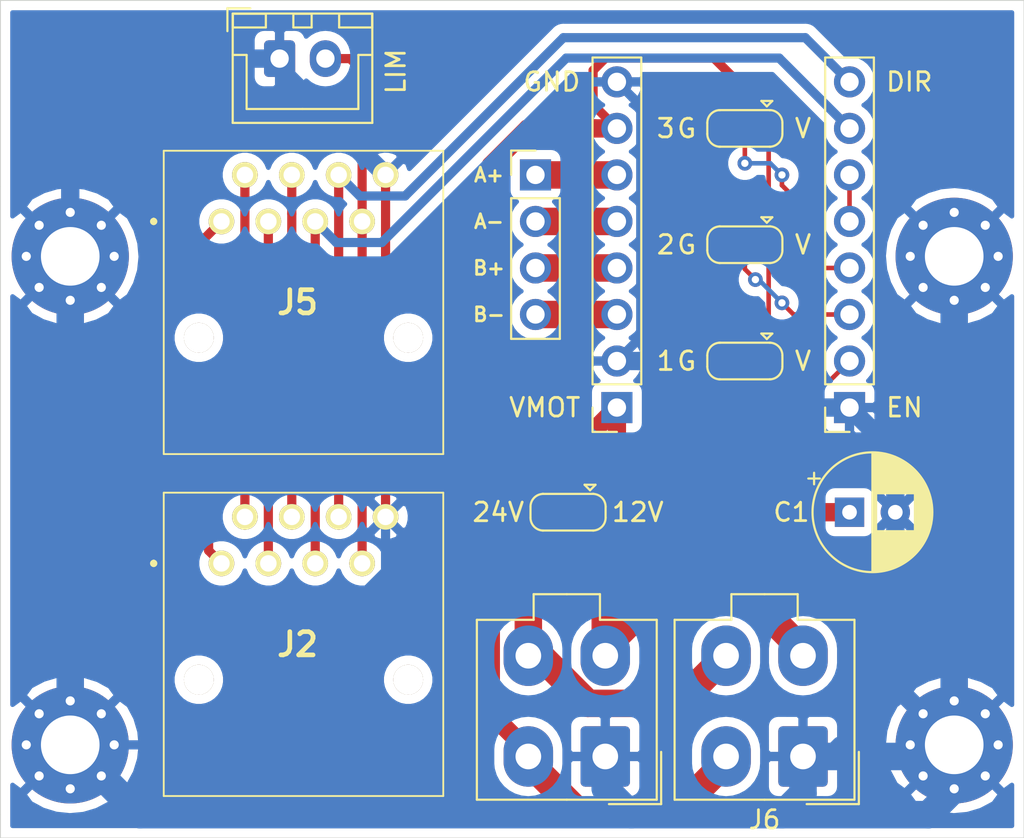
<source format=kicad_pcb>
(kicad_pcb (version 20171130) (host pcbnew "(5.1.4)-1")

  (general
    (thickness 1.6)
    (drawings 28)
    (tracks 139)
    (zones 0)
    (modules 17)
    (nets 21)
  )

  (page A4)
  (layers
    (0 F.Cu signal)
    (31 B.Cu signal)
    (32 B.Adhes user)
    (33 F.Adhes user)
    (34 B.Paste user)
    (35 F.Paste user)
    (36 B.SilkS user)
    (37 F.SilkS user)
    (38 B.Mask user)
    (39 F.Mask user)
    (40 Dwgs.User user)
    (41 Cmts.User user)
    (42 Eco1.User user)
    (43 Eco2.User user)
    (44 Edge.Cuts user)
    (45 Margin user)
    (46 B.CrtYd user)
    (47 F.CrtYd user)
    (48 B.Fab user)
    (49 F.Fab user hide)
  )

  (setup
    (last_trace_width 1)
    (user_trace_width 0.5)
    (user_trace_width 1)
    (user_trace_width 1.5)
    (trace_clearance 0.2)
    (zone_clearance 0.508)
    (zone_45_only no)
    (trace_min 0.2)
    (via_size 0.8)
    (via_drill 0.4)
    (via_min_size 0.4)
    (via_min_drill 0.3)
    (uvia_size 0.3)
    (uvia_drill 0.1)
    (uvias_allowed no)
    (uvia_min_size 0.2)
    (uvia_min_drill 0.1)
    (edge_width 0.05)
    (segment_width 0.2)
    (pcb_text_width 0.3)
    (pcb_text_size 1.5 1.5)
    (mod_edge_width 0.12)
    (mod_text_size 1 1)
    (mod_text_width 0.15)
    (pad_size 1.524 1.524)
    (pad_drill 0.762)
    (pad_to_mask_clearance 0.051)
    (solder_mask_min_width 0.25)
    (aux_axis_origin 0 0)
    (visible_elements 7FFFFF7F)
    (pcbplotparams
      (layerselection 0x010fc_ffffffff)
      (usegerberextensions false)
      (usegerberattributes false)
      (usegerberadvancedattributes false)
      (creategerberjobfile false)
      (excludeedgelayer true)
      (linewidth 0.100000)
      (plotframeref false)
      (viasonmask false)
      (mode 1)
      (useauxorigin false)
      (hpglpennumber 1)
      (hpglpenspeed 20)
      (hpglpendiameter 15.000000)
      (psnegative false)
      (psa4output false)
      (plotreference true)
      (plotvalue true)
      (plotinvisibletext false)
      (padsonsilk false)
      (subtractmaskfromsilk false)
      (outputformat 1)
      (mirror false)
      (drillshape 1)
      (scaleselection 1)
      (outputdirectory ""))
  )

  (net 0 "")
  (net 1 1)
  (net 2 2)
  (net 3 3)
  (net 4 4)
  (net 5 GND)
  (net 6 5V)
  (net 7 12V)
  (net 8 24V)
  (net 9 /StepDriver/VMOT)
  (net 10 STEP)
  (net 11 DIR)
  (net 12 LIM)
  (net 13 /StepDriver/CFG1)
  (net 14 /StepDriver/CFG2)
  (net 15 /StepDriver/CFG3)
  (net 16 "Net-(M1-Pad1)")
  (net 17 "Net-(M1-Pad2)")
  (net 18 "Net-(M1-Pad3)")
  (net 19 "Net-(M1-Pad4)")
  (net 20 "Net-(SS1-Pad5)")

  (net_class Default "This is the default net class."
    (clearance 0.2)
    (trace_width 0.25)
    (via_dia 0.8)
    (via_drill 0.4)
    (uvia_dia 0.3)
    (uvia_drill 0.1)
    (add_net /StepDriver/CFG1)
    (add_net /StepDriver/CFG2)
    (add_net /StepDriver/CFG3)
    (add_net /StepDriver/VMOT)
    (add_net 1)
    (add_net 12V)
    (add_net 2)
    (add_net 24V)
    (add_net 3)
    (add_net 4)
    (add_net 5V)
    (add_net DIR)
    (add_net GND)
    (add_net LIM)
    (add_net "Net-(M1-Pad1)")
    (add_net "Net-(M1-Pad2)")
    (add_net "Net-(M1-Pad3)")
    (add_net "Net-(M1-Pad4)")
    (add_net "Net-(SS1-Pad5)")
    (add_net STEP)
  )

  (module 949:949 (layer F.Cu) (tedit 5E9524B6) (tstamp 5E958056)
    (at 102.235 91.694)
    (descr 949)
    (tags Connector)
    (path /5E952BC7)
    (fp_text reference J2 (at 4.155 4.42) (layer F.SilkS)
      (effects (font (size 1.27 1.27) (thickness 0.254)))
    )
    (fp_text value 949 (at 4.155 4.42) (layer F.SilkS) hide
      (effects (font (size 1.27 1.27) (thickness 0.254)))
    )
    (fp_line (start -3.15 -3.86) (end 12.11 -3.86) (layer Dwgs.User) (width 0.2))
    (fp_line (start 12.11 -3.86) (end 12.11 12.7) (layer Dwgs.User) (width 0.2))
    (fp_line (start 12.11 12.7) (end -3.15 12.7) (layer Dwgs.User) (width 0.2))
    (fp_line (start -3.15 12.7) (end -3.15 -3.86) (layer Dwgs.User) (width 0.2))
    (fp_line (start -3.15 -3.86) (end 12.11 -3.86) (layer F.SilkS) (width 0.1))
    (fp_line (start 12.11 -3.86) (end 12.11 12.7) (layer F.SilkS) (width 0.1))
    (fp_line (start 12.11 12.7) (end -3.15 12.7) (layer F.SilkS) (width 0.1))
    (fp_line (start -3.15 12.7) (end -3.15 -3.86) (layer F.SilkS) (width 0.1))
    (fp_line (start -4.8 -4.86) (end 13.11 -4.86) (layer Dwgs.User) (width 0.1))
    (fp_line (start 13.11 -4.86) (end 13.11 13.7) (layer Dwgs.User) (width 0.1))
    (fp_line (start 13.11 13.7) (end -4.8 13.7) (layer Dwgs.User) (width 0.1))
    (fp_line (start -4.8 13.7) (end -4.8 -4.86) (layer Dwgs.User) (width 0.1))
    (fp_line (start -3.7 -0.1) (end -3.7 -0.1) (layer F.SilkS) (width 0.2))
    (fp_line (start -3.7 0.1) (end -3.7 0.1) (layer F.SilkS) (width 0.2))
    (fp_arc (start -3.7 0) (end -3.7 -0.1) (angle 180) (layer F.SilkS) (width 0.2))
    (fp_arc (start -3.7 0) (end -3.7 0.1) (angle 180) (layer F.SilkS) (width 0.2))
    (pad 1 thru_hole circle (at 0 0 90) (size 1.4 1.4) (drill 0.9) (layers *.Cu *.Mask F.SilkS)
      (net 1 1))
    (pad 2 thru_hole circle (at 1.28 -2.54 90) (size 1.4 1.4) (drill 0.9) (layers *.Cu *.Mask F.SilkS)
      (net 2 2))
    (pad 3 thru_hole circle (at 2.56 0 90) (size 1.4 1.4) (drill 0.9) (layers *.Cu *.Mask F.SilkS)
      (net 3 3))
    (pad 4 thru_hole circle (at 3.84 -2.54 90) (size 1.4 1.4) (drill 0.9) (layers *.Cu *.Mask F.SilkS)
      (net 4 4))
    (pad 5 thru_hole circle (at 5.12 0 90) (size 1.4 1.4) (drill 0.9) (layers *.Cu *.Mask F.SilkS)
      (net 10 STEP))
    (pad 6 thru_hole circle (at 6.4 -2.54 90) (size 1.4 1.4) (drill 0.9) (layers *.Cu *.Mask F.SilkS)
      (net 11 DIR))
    (pad 7 thru_hole circle (at 7.68 0 90) (size 1.4 1.4) (drill 0.9) (layers *.Cu *.Mask F.SilkS)
      (net 12 LIM))
    (pad 8 thru_hole circle (at 8.96 -2.54 90) (size 1.4 1.4) (drill 0.9) (layers *.Cu *.Mask F.SilkS)
      (net 5 GND))
    (pad 9 thru_hole circle (at -1.235 6.35 90) (size 1.625 1.625) (drill 3.25) (layers *.Cu *.Mask F.SilkS))
    (pad 10 thru_hole circle (at 10.195 6.35 90) (size 1.625 1.625) (drill 3.25) (layers *.Cu *.Mask F.SilkS))
    (model ${KIPRJMOD}/../libs/Keystone949/949.stp
      (at (xyz 0 0 0))
      (scale (xyz 1 1 1))
      (rotate (xyz 0 0 0))
    )
  )

  (module Connector_Molex:Molex_Mini-Fit_Jr_5566-04A_2x02_P4.20mm_Vertical (layer F.Cu) (tedit 5B781992) (tstamp 5E95808C)
    (at 123.19 102.235 180)
    (descr "Molex Mini-Fit Jr. Power Connectors, old mpn/engineering number: 5566-04A, example for new mpn: 39-28-x04x, 2 Pins per row, Mounting:  (http://www.molex.com/pdm_docs/sd/039281043_sd.pdf), generated with kicad-footprint-generator")
    (tags "connector Molex Mini-Fit_Jr side entry")
    (path /5E95382E)
    (fp_text reference J3 (at 2.032 -3.556) (layer F.SilkS) hide
      (effects (font (size 1 1) (thickness 0.15)))
    )
    (fp_text value MiniFitPower (at 2.1 9.95) (layer F.Fab)
      (effects (font (size 1 1) (thickness 0.15)))
    )
    (fp_line (start -2.7 -2.25) (end -2.7 7.35) (layer F.Fab) (width 0.1))
    (fp_line (start -2.7 7.35) (end 6.9 7.35) (layer F.Fab) (width 0.1))
    (fp_line (start 6.9 7.35) (end 6.9 -2.25) (layer F.Fab) (width 0.1))
    (fp_line (start 6.9 -2.25) (end -2.7 -2.25) (layer F.Fab) (width 0.1))
    (fp_line (start 0.4 7.35) (end 0.4 8.75) (layer F.Fab) (width 0.1))
    (fp_line (start 0.4 8.75) (end 3.8 8.75) (layer F.Fab) (width 0.1))
    (fp_line (start 3.8 8.75) (end 3.8 7.35) (layer F.Fab) (width 0.1))
    (fp_line (start -1.65 -1) (end -1.65 2.3) (layer F.Fab) (width 0.1))
    (fp_line (start -1.65 2.3) (end 1.65 2.3) (layer F.Fab) (width 0.1))
    (fp_line (start 1.65 2.3) (end 1.65 -1) (layer F.Fab) (width 0.1))
    (fp_line (start 1.65 -1) (end -1.65 -1) (layer F.Fab) (width 0.1))
    (fp_line (start -1.65 6.5) (end -1.65 4.025) (layer F.Fab) (width 0.1))
    (fp_line (start -1.65 4.025) (end -0.825 3.2) (layer F.Fab) (width 0.1))
    (fp_line (start -0.825 3.2) (end 0.825 3.2) (layer F.Fab) (width 0.1))
    (fp_line (start 0.825 3.2) (end 1.65 4.025) (layer F.Fab) (width 0.1))
    (fp_line (start 1.65 4.025) (end 1.65 6.5) (layer F.Fab) (width 0.1))
    (fp_line (start 1.65 6.5) (end -1.65 6.5) (layer F.Fab) (width 0.1))
    (fp_line (start 2.55 3.2) (end 2.55 6.5) (layer F.Fab) (width 0.1))
    (fp_line (start 2.55 6.5) (end 5.85 6.5) (layer F.Fab) (width 0.1))
    (fp_line (start 5.85 6.5) (end 5.85 3.2) (layer F.Fab) (width 0.1))
    (fp_line (start 5.85 3.2) (end 2.55 3.2) (layer F.Fab) (width 0.1))
    (fp_line (start 2.55 2.3) (end 2.55 -0.175) (layer F.Fab) (width 0.1))
    (fp_line (start 2.55 -0.175) (end 3.375 -1) (layer F.Fab) (width 0.1))
    (fp_line (start 3.375 -1) (end 5.025 -1) (layer F.Fab) (width 0.1))
    (fp_line (start 5.025 -1) (end 5.85 -0.175) (layer F.Fab) (width 0.1))
    (fp_line (start 5.85 -0.175) (end 5.85 2.3) (layer F.Fab) (width 0.1))
    (fp_line (start 5.85 2.3) (end 2.55 2.3) (layer F.Fab) (width 0.1))
    (fp_line (start 2.1 -2.36) (end -2.81 -2.36) (layer F.SilkS) (width 0.12))
    (fp_line (start -2.81 -2.36) (end -2.81 7.46) (layer F.SilkS) (width 0.12))
    (fp_line (start -2.81 7.46) (end 0.29 7.46) (layer F.SilkS) (width 0.12))
    (fp_line (start 0.29 7.46) (end 0.29 8.86) (layer F.SilkS) (width 0.12))
    (fp_line (start 0.29 8.86) (end 2.1 8.86) (layer F.SilkS) (width 0.12))
    (fp_line (start 2.1 -2.36) (end 7.01 -2.36) (layer F.SilkS) (width 0.12))
    (fp_line (start 7.01 -2.36) (end 7.01 7.46) (layer F.SilkS) (width 0.12))
    (fp_line (start 7.01 7.46) (end 3.91 7.46) (layer F.SilkS) (width 0.12))
    (fp_line (start 3.91 7.46) (end 3.91 8.86) (layer F.SilkS) (width 0.12))
    (fp_line (start 3.91 8.86) (end 2.1 8.86) (layer F.SilkS) (width 0.12))
    (fp_line (start -0.2 -2.6) (end -3.05 -2.6) (layer F.SilkS) (width 0.12))
    (fp_line (start -3.05 -2.6) (end -3.05 0.25) (layer F.SilkS) (width 0.12))
    (fp_line (start -0.2 -2.6) (end -3.05 -2.6) (layer F.Fab) (width 0.1))
    (fp_line (start -3.05 -2.6) (end -3.05 0.25) (layer F.Fab) (width 0.1))
    (fp_line (start -3.2 -2.75) (end -3.2 9.25) (layer F.CrtYd) (width 0.05))
    (fp_line (start -3.2 9.25) (end 7.4 9.25) (layer F.CrtYd) (width 0.05))
    (fp_line (start 7.4 9.25) (end 7.4 -2.75) (layer F.CrtYd) (width 0.05))
    (fp_line (start 7.4 -2.75) (end -3.2 -2.75) (layer F.CrtYd) (width 0.05))
    (fp_text user %R (at 2.1 -1.55) (layer F.Fab)
      (effects (font (size 1 1) (thickness 0.15)))
    )
    (pad 1 thru_hole roundrect (at 0 0 180) (size 2.7 3.3) (drill 1.4) (layers *.Cu *.Mask) (roundrect_rratio 0.09259299999999999)
      (net 5 GND))
    (pad 2 thru_hole oval (at 4.2 0 180) (size 2.7 3.3) (drill 1.4) (layers *.Cu *.Mask)
      (net 6 5V))
    (pad 3 thru_hole oval (at 0 5.5 180) (size 2.7 3.3) (drill 1.4) (layers *.Cu *.Mask)
      (net 7 12V))
    (pad 4 thru_hole oval (at 4.2 5.5 180) (size 2.7 3.3) (drill 1.4) (layers *.Cu *.Mask)
      (net 8 24V))
    (model ${KIPRJMOD}/../libs/039281043.stp
      (offset (xyz 2.1 -2.5 0))
      (scale (xyz 1 1 1))
      (rotate (xyz -90 0 180))
    )
  )

  (module MountingHole:MountingHole_3.2mm_M3_Pad_Via (layer F.Cu) (tedit 56DDBCCA) (tstamp 5E958AD6)
    (at 93.98 101.6)
    (descr "Mounting Hole 3.2mm, M3")
    (tags "mounting hole 3.2mm m3")
    (path /5E9547C8)
    (attr virtual)
    (fp_text reference H1 (at 0 -4.2) (layer F.SilkS) hide
      (effects (font (size 1 1) (thickness 0.15)))
    )
    (fp_text value MountingHole_Pad (at 0 4.2) (layer F.Fab)
      (effects (font (size 1 1) (thickness 0.15)))
    )
    (fp_text user %R (at 0.3 0) (layer F.Fab)
      (effects (font (size 1 1) (thickness 0.15)))
    )
    (fp_circle (center 0 0) (end 3.2 0) (layer Cmts.User) (width 0.15))
    (fp_circle (center 0 0) (end 3.45 0) (layer F.CrtYd) (width 0.05))
    (pad 1 thru_hole circle (at 0 0) (size 6.4 6.4) (drill 3.2) (layers *.Cu *.Mask)
      (net 5 GND))
    (pad 1 thru_hole circle (at 2.4 0) (size 0.8 0.8) (drill 0.5) (layers *.Cu *.Mask)
      (net 5 GND))
    (pad 1 thru_hole circle (at 1.697056 1.697056) (size 0.8 0.8) (drill 0.5) (layers *.Cu *.Mask)
      (net 5 GND))
    (pad 1 thru_hole circle (at 0 2.4) (size 0.8 0.8) (drill 0.5) (layers *.Cu *.Mask)
      (net 5 GND))
    (pad 1 thru_hole circle (at -1.697056 1.697056) (size 0.8 0.8) (drill 0.5) (layers *.Cu *.Mask)
      (net 5 GND))
    (pad 1 thru_hole circle (at -2.4 0) (size 0.8 0.8) (drill 0.5) (layers *.Cu *.Mask)
      (net 5 GND))
    (pad 1 thru_hole circle (at -1.697056 -1.697056) (size 0.8 0.8) (drill 0.5) (layers *.Cu *.Mask)
      (net 5 GND))
    (pad 1 thru_hole circle (at 0 -2.4) (size 0.8 0.8) (drill 0.5) (layers *.Cu *.Mask)
      (net 5 GND))
    (pad 1 thru_hole circle (at 1.697056 -1.697056) (size 0.8 0.8) (drill 0.5) (layers *.Cu *.Mask)
      (net 5 GND))
  )

  (module MountingHole:MountingHole_3.2mm_M3_Pad_Via (layer F.Cu) (tedit 56DDBCCA) (tstamp 5E958A08)
    (at 142.24 101.6)
    (descr "Mounting Hole 3.2mm, M3")
    (tags "mounting hole 3.2mm m3")
    (path /5E954AB6)
    (attr virtual)
    (fp_text reference H2 (at 0 -4.2) (layer F.SilkS) hide
      (effects (font (size 1 1) (thickness 0.15)))
    )
    (fp_text value MountingHole_Pad (at 0 4.2) (layer F.Fab)
      (effects (font (size 1 1) (thickness 0.15)))
    )
    (fp_circle (center 0 0) (end 3.45 0) (layer F.CrtYd) (width 0.05))
    (fp_circle (center 0 0) (end 3.2 0) (layer Cmts.User) (width 0.15))
    (fp_text user %R (at 0.3 0) (layer F.Fab)
      (effects (font (size 1 1) (thickness 0.15)))
    )
    (pad 1 thru_hole circle (at 1.697056 -1.697056) (size 0.8 0.8) (drill 0.5) (layers *.Cu *.Mask)
      (net 5 GND))
    (pad 1 thru_hole circle (at 0 -2.4) (size 0.8 0.8) (drill 0.5) (layers *.Cu *.Mask)
      (net 5 GND))
    (pad 1 thru_hole circle (at -1.697056 -1.697056) (size 0.8 0.8) (drill 0.5) (layers *.Cu *.Mask)
      (net 5 GND))
    (pad 1 thru_hole circle (at -2.4 0) (size 0.8 0.8) (drill 0.5) (layers *.Cu *.Mask)
      (net 5 GND))
    (pad 1 thru_hole circle (at -1.697056 1.697056) (size 0.8 0.8) (drill 0.5) (layers *.Cu *.Mask)
      (net 5 GND))
    (pad 1 thru_hole circle (at 0 2.4) (size 0.8 0.8) (drill 0.5) (layers *.Cu *.Mask)
      (net 5 GND))
    (pad 1 thru_hole circle (at 1.697056 1.697056) (size 0.8 0.8) (drill 0.5) (layers *.Cu *.Mask)
      (net 5 GND))
    (pad 1 thru_hole circle (at 2.4 0) (size 0.8 0.8) (drill 0.5) (layers *.Cu *.Mask)
      (net 5 GND))
    (pad 1 thru_hole circle (at 0 0) (size 6.4 6.4) (drill 3.2) (layers *.Cu *.Mask)
      (net 5 GND))
  )

  (module MountingHole:MountingHole_3.2mm_M3_Pad_Via (layer F.Cu) (tedit 56DDBCCA) (tstamp 5E958A18)
    (at 93.98 74.93)
    (descr "Mounting Hole 3.2mm, M3")
    (tags "mounting hole 3.2mm m3")
    (path /5E954DBF)
    (attr virtual)
    (fp_text reference H3 (at 0 -4.2) (layer F.SilkS) hide
      (effects (font (size 1 1) (thickness 0.15)))
    )
    (fp_text value MountingHole_Pad (at 0 4.2) (layer F.Fab)
      (effects (font (size 1 1) (thickness 0.15)))
    )
    (fp_text user %R (at 0.3 0) (layer F.Fab)
      (effects (font (size 1 1) (thickness 0.15)))
    )
    (fp_circle (center 0 0) (end 3.2 0) (layer Cmts.User) (width 0.15))
    (fp_circle (center 0 0) (end 3.45 0) (layer F.CrtYd) (width 0.05))
    (pad 1 thru_hole circle (at 0 0) (size 6.4 6.4) (drill 3.2) (layers *.Cu *.Mask)
      (net 5 GND))
    (pad 1 thru_hole circle (at 2.4 0) (size 0.8 0.8) (drill 0.5) (layers *.Cu *.Mask)
      (net 5 GND))
    (pad 1 thru_hole circle (at 1.697056 1.697056) (size 0.8 0.8) (drill 0.5) (layers *.Cu *.Mask)
      (net 5 GND))
    (pad 1 thru_hole circle (at 0 2.4) (size 0.8 0.8) (drill 0.5) (layers *.Cu *.Mask)
      (net 5 GND))
    (pad 1 thru_hole circle (at -1.697056 1.697056) (size 0.8 0.8) (drill 0.5) (layers *.Cu *.Mask)
      (net 5 GND))
    (pad 1 thru_hole circle (at -2.4 0) (size 0.8 0.8) (drill 0.5) (layers *.Cu *.Mask)
      (net 5 GND))
    (pad 1 thru_hole circle (at -1.697056 -1.697056) (size 0.8 0.8) (drill 0.5) (layers *.Cu *.Mask)
      (net 5 GND))
    (pad 1 thru_hole circle (at 0 -2.4) (size 0.8 0.8) (drill 0.5) (layers *.Cu *.Mask)
      (net 5 GND))
    (pad 1 thru_hole circle (at 1.697056 -1.697056) (size 0.8 0.8) (drill 0.5) (layers *.Cu *.Mask)
      (net 5 GND))
  )

  (module MountingHole:MountingHole_3.2mm_M3_Pad_Via (layer F.Cu) (tedit 56DDBCCA) (tstamp 5E958A28)
    (at 142.24 74.93)
    (descr "Mounting Hole 3.2mm, M3")
    (tags "mounting hole 3.2mm m3")
    (path /5E9550BB)
    (attr virtual)
    (fp_text reference H4 (at 0 -4.2) (layer F.SilkS) hide
      (effects (font (size 1 1) (thickness 0.15)))
    )
    (fp_text value MountingHole_Pad (at 0 4.2) (layer F.Fab)
      (effects (font (size 1 1) (thickness 0.15)))
    )
    (fp_circle (center 0 0) (end 3.45 0) (layer F.CrtYd) (width 0.05))
    (fp_circle (center 0 0) (end 3.2 0) (layer Cmts.User) (width 0.15))
    (fp_text user %R (at 0.3 0) (layer F.Fab)
      (effects (font (size 1 1) (thickness 0.15)))
    )
    (pad 1 thru_hole circle (at 1.697056 -1.697056) (size 0.8 0.8) (drill 0.5) (layers *.Cu *.Mask)
      (net 5 GND))
    (pad 1 thru_hole circle (at 0 -2.4) (size 0.8 0.8) (drill 0.5) (layers *.Cu *.Mask)
      (net 5 GND))
    (pad 1 thru_hole circle (at -1.697056 -1.697056) (size 0.8 0.8) (drill 0.5) (layers *.Cu *.Mask)
      (net 5 GND))
    (pad 1 thru_hole circle (at -2.4 0) (size 0.8 0.8) (drill 0.5) (layers *.Cu *.Mask)
      (net 5 GND))
    (pad 1 thru_hole circle (at -1.697056 1.697056) (size 0.8 0.8) (drill 0.5) (layers *.Cu *.Mask)
      (net 5 GND))
    (pad 1 thru_hole circle (at 0 2.4) (size 0.8 0.8) (drill 0.5) (layers *.Cu *.Mask)
      (net 5 GND))
    (pad 1 thru_hole circle (at 1.697056 1.697056) (size 0.8 0.8) (drill 0.5) (layers *.Cu *.Mask)
      (net 5 GND))
    (pad 1 thru_hole circle (at 2.4 0) (size 0.8 0.8) (drill 0.5) (layers *.Cu *.Mask)
      (net 5 GND))
    (pad 1 thru_hole circle (at 0 0) (size 6.4 6.4) (drill 3.2) (layers *.Cu *.Mask)
      (net 5 GND))
  )

  (module Capacitor_THT:CP_Radial_D6.3mm_P2.50mm (layer F.Cu) (tedit 5AE50EF0) (tstamp 5EB27C6B)
    (at 136.525 88.9)
    (descr "CP, Radial series, Radial, pin pitch=2.50mm, , diameter=6.3mm, Electrolytic Capacitor")
    (tags "CP Radial series Radial pin pitch 2.50mm  diameter 6.3mm Electrolytic Capacitor")
    (path /5EB20E87/5D4B27F8)
    (fp_text reference C1 (at -3.175 0) (layer F.SilkS)
      (effects (font (size 1 1) (thickness 0.15)))
    )
    (fp_text value 47uF (at 1.25 4.4) (layer F.Fab)
      (effects (font (size 1 1) (thickness 0.15)))
    )
    (fp_circle (center 1.25 0) (end 4.4 0) (layer F.Fab) (width 0.1))
    (fp_circle (center 1.25 0) (end 4.52 0) (layer F.SilkS) (width 0.12))
    (fp_circle (center 1.25 0) (end 4.65 0) (layer F.CrtYd) (width 0.05))
    (fp_line (start -1.443972 -1.3735) (end -0.813972 -1.3735) (layer F.Fab) (width 0.1))
    (fp_line (start -1.128972 -1.6885) (end -1.128972 -1.0585) (layer F.Fab) (width 0.1))
    (fp_line (start 1.25 -3.23) (end 1.25 3.23) (layer F.SilkS) (width 0.12))
    (fp_line (start 1.29 -3.23) (end 1.29 3.23) (layer F.SilkS) (width 0.12))
    (fp_line (start 1.33 -3.23) (end 1.33 3.23) (layer F.SilkS) (width 0.12))
    (fp_line (start 1.37 -3.228) (end 1.37 3.228) (layer F.SilkS) (width 0.12))
    (fp_line (start 1.41 -3.227) (end 1.41 3.227) (layer F.SilkS) (width 0.12))
    (fp_line (start 1.45 -3.224) (end 1.45 3.224) (layer F.SilkS) (width 0.12))
    (fp_line (start 1.49 -3.222) (end 1.49 -1.04) (layer F.SilkS) (width 0.12))
    (fp_line (start 1.49 1.04) (end 1.49 3.222) (layer F.SilkS) (width 0.12))
    (fp_line (start 1.53 -3.218) (end 1.53 -1.04) (layer F.SilkS) (width 0.12))
    (fp_line (start 1.53 1.04) (end 1.53 3.218) (layer F.SilkS) (width 0.12))
    (fp_line (start 1.57 -3.215) (end 1.57 -1.04) (layer F.SilkS) (width 0.12))
    (fp_line (start 1.57 1.04) (end 1.57 3.215) (layer F.SilkS) (width 0.12))
    (fp_line (start 1.61 -3.211) (end 1.61 -1.04) (layer F.SilkS) (width 0.12))
    (fp_line (start 1.61 1.04) (end 1.61 3.211) (layer F.SilkS) (width 0.12))
    (fp_line (start 1.65 -3.206) (end 1.65 -1.04) (layer F.SilkS) (width 0.12))
    (fp_line (start 1.65 1.04) (end 1.65 3.206) (layer F.SilkS) (width 0.12))
    (fp_line (start 1.69 -3.201) (end 1.69 -1.04) (layer F.SilkS) (width 0.12))
    (fp_line (start 1.69 1.04) (end 1.69 3.201) (layer F.SilkS) (width 0.12))
    (fp_line (start 1.73 -3.195) (end 1.73 -1.04) (layer F.SilkS) (width 0.12))
    (fp_line (start 1.73 1.04) (end 1.73 3.195) (layer F.SilkS) (width 0.12))
    (fp_line (start 1.77 -3.189) (end 1.77 -1.04) (layer F.SilkS) (width 0.12))
    (fp_line (start 1.77 1.04) (end 1.77 3.189) (layer F.SilkS) (width 0.12))
    (fp_line (start 1.81 -3.182) (end 1.81 -1.04) (layer F.SilkS) (width 0.12))
    (fp_line (start 1.81 1.04) (end 1.81 3.182) (layer F.SilkS) (width 0.12))
    (fp_line (start 1.85 -3.175) (end 1.85 -1.04) (layer F.SilkS) (width 0.12))
    (fp_line (start 1.85 1.04) (end 1.85 3.175) (layer F.SilkS) (width 0.12))
    (fp_line (start 1.89 -3.167) (end 1.89 -1.04) (layer F.SilkS) (width 0.12))
    (fp_line (start 1.89 1.04) (end 1.89 3.167) (layer F.SilkS) (width 0.12))
    (fp_line (start 1.93 -3.159) (end 1.93 -1.04) (layer F.SilkS) (width 0.12))
    (fp_line (start 1.93 1.04) (end 1.93 3.159) (layer F.SilkS) (width 0.12))
    (fp_line (start 1.971 -3.15) (end 1.971 -1.04) (layer F.SilkS) (width 0.12))
    (fp_line (start 1.971 1.04) (end 1.971 3.15) (layer F.SilkS) (width 0.12))
    (fp_line (start 2.011 -3.141) (end 2.011 -1.04) (layer F.SilkS) (width 0.12))
    (fp_line (start 2.011 1.04) (end 2.011 3.141) (layer F.SilkS) (width 0.12))
    (fp_line (start 2.051 -3.131) (end 2.051 -1.04) (layer F.SilkS) (width 0.12))
    (fp_line (start 2.051 1.04) (end 2.051 3.131) (layer F.SilkS) (width 0.12))
    (fp_line (start 2.091 -3.121) (end 2.091 -1.04) (layer F.SilkS) (width 0.12))
    (fp_line (start 2.091 1.04) (end 2.091 3.121) (layer F.SilkS) (width 0.12))
    (fp_line (start 2.131 -3.11) (end 2.131 -1.04) (layer F.SilkS) (width 0.12))
    (fp_line (start 2.131 1.04) (end 2.131 3.11) (layer F.SilkS) (width 0.12))
    (fp_line (start 2.171 -3.098) (end 2.171 -1.04) (layer F.SilkS) (width 0.12))
    (fp_line (start 2.171 1.04) (end 2.171 3.098) (layer F.SilkS) (width 0.12))
    (fp_line (start 2.211 -3.086) (end 2.211 -1.04) (layer F.SilkS) (width 0.12))
    (fp_line (start 2.211 1.04) (end 2.211 3.086) (layer F.SilkS) (width 0.12))
    (fp_line (start 2.251 -3.074) (end 2.251 -1.04) (layer F.SilkS) (width 0.12))
    (fp_line (start 2.251 1.04) (end 2.251 3.074) (layer F.SilkS) (width 0.12))
    (fp_line (start 2.291 -3.061) (end 2.291 -1.04) (layer F.SilkS) (width 0.12))
    (fp_line (start 2.291 1.04) (end 2.291 3.061) (layer F.SilkS) (width 0.12))
    (fp_line (start 2.331 -3.047) (end 2.331 -1.04) (layer F.SilkS) (width 0.12))
    (fp_line (start 2.331 1.04) (end 2.331 3.047) (layer F.SilkS) (width 0.12))
    (fp_line (start 2.371 -3.033) (end 2.371 -1.04) (layer F.SilkS) (width 0.12))
    (fp_line (start 2.371 1.04) (end 2.371 3.033) (layer F.SilkS) (width 0.12))
    (fp_line (start 2.411 -3.018) (end 2.411 -1.04) (layer F.SilkS) (width 0.12))
    (fp_line (start 2.411 1.04) (end 2.411 3.018) (layer F.SilkS) (width 0.12))
    (fp_line (start 2.451 -3.002) (end 2.451 -1.04) (layer F.SilkS) (width 0.12))
    (fp_line (start 2.451 1.04) (end 2.451 3.002) (layer F.SilkS) (width 0.12))
    (fp_line (start 2.491 -2.986) (end 2.491 -1.04) (layer F.SilkS) (width 0.12))
    (fp_line (start 2.491 1.04) (end 2.491 2.986) (layer F.SilkS) (width 0.12))
    (fp_line (start 2.531 -2.97) (end 2.531 -1.04) (layer F.SilkS) (width 0.12))
    (fp_line (start 2.531 1.04) (end 2.531 2.97) (layer F.SilkS) (width 0.12))
    (fp_line (start 2.571 -2.952) (end 2.571 -1.04) (layer F.SilkS) (width 0.12))
    (fp_line (start 2.571 1.04) (end 2.571 2.952) (layer F.SilkS) (width 0.12))
    (fp_line (start 2.611 -2.934) (end 2.611 -1.04) (layer F.SilkS) (width 0.12))
    (fp_line (start 2.611 1.04) (end 2.611 2.934) (layer F.SilkS) (width 0.12))
    (fp_line (start 2.651 -2.916) (end 2.651 -1.04) (layer F.SilkS) (width 0.12))
    (fp_line (start 2.651 1.04) (end 2.651 2.916) (layer F.SilkS) (width 0.12))
    (fp_line (start 2.691 -2.896) (end 2.691 -1.04) (layer F.SilkS) (width 0.12))
    (fp_line (start 2.691 1.04) (end 2.691 2.896) (layer F.SilkS) (width 0.12))
    (fp_line (start 2.731 -2.876) (end 2.731 -1.04) (layer F.SilkS) (width 0.12))
    (fp_line (start 2.731 1.04) (end 2.731 2.876) (layer F.SilkS) (width 0.12))
    (fp_line (start 2.771 -2.856) (end 2.771 -1.04) (layer F.SilkS) (width 0.12))
    (fp_line (start 2.771 1.04) (end 2.771 2.856) (layer F.SilkS) (width 0.12))
    (fp_line (start 2.811 -2.834) (end 2.811 -1.04) (layer F.SilkS) (width 0.12))
    (fp_line (start 2.811 1.04) (end 2.811 2.834) (layer F.SilkS) (width 0.12))
    (fp_line (start 2.851 -2.812) (end 2.851 -1.04) (layer F.SilkS) (width 0.12))
    (fp_line (start 2.851 1.04) (end 2.851 2.812) (layer F.SilkS) (width 0.12))
    (fp_line (start 2.891 -2.79) (end 2.891 -1.04) (layer F.SilkS) (width 0.12))
    (fp_line (start 2.891 1.04) (end 2.891 2.79) (layer F.SilkS) (width 0.12))
    (fp_line (start 2.931 -2.766) (end 2.931 -1.04) (layer F.SilkS) (width 0.12))
    (fp_line (start 2.931 1.04) (end 2.931 2.766) (layer F.SilkS) (width 0.12))
    (fp_line (start 2.971 -2.742) (end 2.971 -1.04) (layer F.SilkS) (width 0.12))
    (fp_line (start 2.971 1.04) (end 2.971 2.742) (layer F.SilkS) (width 0.12))
    (fp_line (start 3.011 -2.716) (end 3.011 -1.04) (layer F.SilkS) (width 0.12))
    (fp_line (start 3.011 1.04) (end 3.011 2.716) (layer F.SilkS) (width 0.12))
    (fp_line (start 3.051 -2.69) (end 3.051 -1.04) (layer F.SilkS) (width 0.12))
    (fp_line (start 3.051 1.04) (end 3.051 2.69) (layer F.SilkS) (width 0.12))
    (fp_line (start 3.091 -2.664) (end 3.091 -1.04) (layer F.SilkS) (width 0.12))
    (fp_line (start 3.091 1.04) (end 3.091 2.664) (layer F.SilkS) (width 0.12))
    (fp_line (start 3.131 -2.636) (end 3.131 -1.04) (layer F.SilkS) (width 0.12))
    (fp_line (start 3.131 1.04) (end 3.131 2.636) (layer F.SilkS) (width 0.12))
    (fp_line (start 3.171 -2.607) (end 3.171 -1.04) (layer F.SilkS) (width 0.12))
    (fp_line (start 3.171 1.04) (end 3.171 2.607) (layer F.SilkS) (width 0.12))
    (fp_line (start 3.211 -2.578) (end 3.211 -1.04) (layer F.SilkS) (width 0.12))
    (fp_line (start 3.211 1.04) (end 3.211 2.578) (layer F.SilkS) (width 0.12))
    (fp_line (start 3.251 -2.548) (end 3.251 -1.04) (layer F.SilkS) (width 0.12))
    (fp_line (start 3.251 1.04) (end 3.251 2.548) (layer F.SilkS) (width 0.12))
    (fp_line (start 3.291 -2.516) (end 3.291 -1.04) (layer F.SilkS) (width 0.12))
    (fp_line (start 3.291 1.04) (end 3.291 2.516) (layer F.SilkS) (width 0.12))
    (fp_line (start 3.331 -2.484) (end 3.331 -1.04) (layer F.SilkS) (width 0.12))
    (fp_line (start 3.331 1.04) (end 3.331 2.484) (layer F.SilkS) (width 0.12))
    (fp_line (start 3.371 -2.45) (end 3.371 -1.04) (layer F.SilkS) (width 0.12))
    (fp_line (start 3.371 1.04) (end 3.371 2.45) (layer F.SilkS) (width 0.12))
    (fp_line (start 3.411 -2.416) (end 3.411 -1.04) (layer F.SilkS) (width 0.12))
    (fp_line (start 3.411 1.04) (end 3.411 2.416) (layer F.SilkS) (width 0.12))
    (fp_line (start 3.451 -2.38) (end 3.451 -1.04) (layer F.SilkS) (width 0.12))
    (fp_line (start 3.451 1.04) (end 3.451 2.38) (layer F.SilkS) (width 0.12))
    (fp_line (start 3.491 -2.343) (end 3.491 -1.04) (layer F.SilkS) (width 0.12))
    (fp_line (start 3.491 1.04) (end 3.491 2.343) (layer F.SilkS) (width 0.12))
    (fp_line (start 3.531 -2.305) (end 3.531 -1.04) (layer F.SilkS) (width 0.12))
    (fp_line (start 3.531 1.04) (end 3.531 2.305) (layer F.SilkS) (width 0.12))
    (fp_line (start 3.571 -2.265) (end 3.571 2.265) (layer F.SilkS) (width 0.12))
    (fp_line (start 3.611 -2.224) (end 3.611 2.224) (layer F.SilkS) (width 0.12))
    (fp_line (start 3.651 -2.182) (end 3.651 2.182) (layer F.SilkS) (width 0.12))
    (fp_line (start 3.691 -2.137) (end 3.691 2.137) (layer F.SilkS) (width 0.12))
    (fp_line (start 3.731 -2.092) (end 3.731 2.092) (layer F.SilkS) (width 0.12))
    (fp_line (start 3.771 -2.044) (end 3.771 2.044) (layer F.SilkS) (width 0.12))
    (fp_line (start 3.811 -1.995) (end 3.811 1.995) (layer F.SilkS) (width 0.12))
    (fp_line (start 3.851 -1.944) (end 3.851 1.944) (layer F.SilkS) (width 0.12))
    (fp_line (start 3.891 -1.89) (end 3.891 1.89) (layer F.SilkS) (width 0.12))
    (fp_line (start 3.931 -1.834) (end 3.931 1.834) (layer F.SilkS) (width 0.12))
    (fp_line (start 3.971 -1.776) (end 3.971 1.776) (layer F.SilkS) (width 0.12))
    (fp_line (start 4.011 -1.714) (end 4.011 1.714) (layer F.SilkS) (width 0.12))
    (fp_line (start 4.051 -1.65) (end 4.051 1.65) (layer F.SilkS) (width 0.12))
    (fp_line (start 4.091 -1.581) (end 4.091 1.581) (layer F.SilkS) (width 0.12))
    (fp_line (start 4.131 -1.509) (end 4.131 1.509) (layer F.SilkS) (width 0.12))
    (fp_line (start 4.171 -1.432) (end 4.171 1.432) (layer F.SilkS) (width 0.12))
    (fp_line (start 4.211 -1.35) (end 4.211 1.35) (layer F.SilkS) (width 0.12))
    (fp_line (start 4.251 -1.262) (end 4.251 1.262) (layer F.SilkS) (width 0.12))
    (fp_line (start 4.291 -1.165) (end 4.291 1.165) (layer F.SilkS) (width 0.12))
    (fp_line (start 4.331 -1.059) (end 4.331 1.059) (layer F.SilkS) (width 0.12))
    (fp_line (start 4.371 -0.94) (end 4.371 0.94) (layer F.SilkS) (width 0.12))
    (fp_line (start 4.411 -0.802) (end 4.411 0.802) (layer F.SilkS) (width 0.12))
    (fp_line (start 4.451 -0.633) (end 4.451 0.633) (layer F.SilkS) (width 0.12))
    (fp_line (start 4.491 -0.402) (end 4.491 0.402) (layer F.SilkS) (width 0.12))
    (fp_line (start -2.250241 -1.839) (end -1.620241 -1.839) (layer F.SilkS) (width 0.12))
    (fp_line (start -1.935241 -2.154) (end -1.935241 -1.524) (layer F.SilkS) (width 0.12))
    (fp_text user %R (at 1.25 0) (layer F.Fab)
      (effects (font (size 1 1) (thickness 0.15)))
    )
    (pad 1 thru_hole rect (at 0 0) (size 1.6 1.6) (drill 0.8) (layers *.Cu *.Mask)
      (net 9 /StepDriver/VMOT))
    (pad 2 thru_hole circle (at 2.5 0) (size 1.6 1.6) (drill 0.8) (layers *.Cu *.Mask)
      (net 5 GND))
    (model ${KISYS3DMOD}/Capacitor_THT.3dshapes/CP_Radial_D6.3mm_P2.50mm.wrl
      (at (xyz 0 0 0))
      (scale (xyz 1 1 1))
      (rotate (xyz 0 0 0))
    )
  )

  (module 949:949 (layer F.Cu) (tedit 5E9524B6) (tstamp 5EB27C89)
    (at 102.235 73.025)
    (descr 949)
    (tags Connector)
    (path /5EB2B988)
    (fp_text reference J5 (at 4.155 4.42) (layer F.SilkS)
      (effects (font (size 1.27 1.27) (thickness 0.254)))
    )
    (fp_text value 949 (at 4.155 4.42) (layer F.SilkS) hide
      (effects (font (size 1.27 1.27) (thickness 0.254)))
    )
    (fp_line (start -3.15 -3.86) (end 12.11 -3.86) (layer Dwgs.User) (width 0.2))
    (fp_line (start 12.11 -3.86) (end 12.11 12.7) (layer Dwgs.User) (width 0.2))
    (fp_line (start 12.11 12.7) (end -3.15 12.7) (layer Dwgs.User) (width 0.2))
    (fp_line (start -3.15 12.7) (end -3.15 -3.86) (layer Dwgs.User) (width 0.2))
    (fp_line (start -3.15 -3.86) (end 12.11 -3.86) (layer F.SilkS) (width 0.1))
    (fp_line (start 12.11 -3.86) (end 12.11 12.7) (layer F.SilkS) (width 0.1))
    (fp_line (start 12.11 12.7) (end -3.15 12.7) (layer F.SilkS) (width 0.1))
    (fp_line (start -3.15 12.7) (end -3.15 -3.86) (layer F.SilkS) (width 0.1))
    (fp_line (start -4.8 -4.86) (end 13.11 -4.86) (layer Dwgs.User) (width 0.1))
    (fp_line (start 13.11 -4.86) (end 13.11 13.7) (layer Dwgs.User) (width 0.1))
    (fp_line (start 13.11 13.7) (end -4.8 13.7) (layer Dwgs.User) (width 0.1))
    (fp_line (start -4.8 13.7) (end -4.8 -4.86) (layer Dwgs.User) (width 0.1))
    (fp_line (start -3.7 -0.1) (end -3.7 -0.1) (layer F.SilkS) (width 0.2))
    (fp_line (start -3.7 0.1) (end -3.7 0.1) (layer F.SilkS) (width 0.2))
    (fp_arc (start -3.7 0) (end -3.7 -0.1) (angle 180) (layer F.SilkS) (width 0.2))
    (fp_arc (start -3.7 0) (end -3.7 0.1) (angle 180) (layer F.SilkS) (width 0.2))
    (pad 1 thru_hole circle (at 0 0 90) (size 1.4 1.4) (drill 0.9) (layers *.Cu *.Mask F.SilkS)
      (net 1 1))
    (pad 2 thru_hole circle (at 1.28 -2.54 90) (size 1.4 1.4) (drill 0.9) (layers *.Cu *.Mask F.SilkS)
      (net 2 2))
    (pad 3 thru_hole circle (at 2.56 0 90) (size 1.4 1.4) (drill 0.9) (layers *.Cu *.Mask F.SilkS)
      (net 3 3))
    (pad 4 thru_hole circle (at 3.84 -2.54 90) (size 1.4 1.4) (drill 0.9) (layers *.Cu *.Mask F.SilkS)
      (net 4 4))
    (pad 5 thru_hole circle (at 5.12 0 90) (size 1.4 1.4) (drill 0.9) (layers *.Cu *.Mask F.SilkS)
      (net 10 STEP))
    (pad 6 thru_hole circle (at 6.4 -2.54 90) (size 1.4 1.4) (drill 0.9) (layers *.Cu *.Mask F.SilkS)
      (net 11 DIR))
    (pad 7 thru_hole circle (at 7.68 0 90) (size 1.4 1.4) (drill 0.9) (layers *.Cu *.Mask F.SilkS)
      (net 12 LIM))
    (pad 8 thru_hole circle (at 8.96 -2.54 90) (size 1.4 1.4) (drill 0.9) (layers *.Cu *.Mask F.SilkS)
      (net 5 GND))
    (pad 9 thru_hole circle (at -1.235 6.35 90) (size 1.625 1.625) (drill 3.25) (layers *.Cu *.Mask F.SilkS))
    (pad 10 thru_hole circle (at 10.195 6.35 90) (size 1.625 1.625) (drill 3.25) (layers *.Cu *.Mask F.SilkS))
    (model ${KIPRJMOD}/../libs/Keystone949/949.stp
      (at (xyz 0 0 0))
      (scale (xyz 1 1 1))
      (rotate (xyz 0 0 0))
    )
  )

  (module Connector_Molex:Molex_Mini-Fit_Jr_5566-04A_2x02_P4.20mm_Vertical (layer F.Cu) (tedit 5B781992) (tstamp 5EB27CBF)
    (at 133.985 102.235 180)
    (descr "Molex Mini-Fit Jr. Power Connectors, old mpn/engineering number: 5566-04A, example for new mpn: 39-28-x04x, 2 Pins per row, Mounting:  (http://www.molex.com/pdm_docs/sd/039281043_sd.pdf), generated with kicad-footprint-generator")
    (tags "connector Molex Mini-Fit_Jr side entry")
    (path /5EB2F0B6)
    (fp_text reference J6 (at 2.1 -3.45) (layer F.SilkS)
      (effects (font (size 1 1) (thickness 0.15)))
    )
    (fp_text value MiniFitPower (at 2.1 9.95) (layer F.Fab)
      (effects (font (size 1 1) (thickness 0.15)))
    )
    (fp_line (start -2.7 -2.25) (end -2.7 7.35) (layer F.Fab) (width 0.1))
    (fp_line (start -2.7 7.35) (end 6.9 7.35) (layer F.Fab) (width 0.1))
    (fp_line (start 6.9 7.35) (end 6.9 -2.25) (layer F.Fab) (width 0.1))
    (fp_line (start 6.9 -2.25) (end -2.7 -2.25) (layer F.Fab) (width 0.1))
    (fp_line (start 0.4 7.35) (end 0.4 8.75) (layer F.Fab) (width 0.1))
    (fp_line (start 0.4 8.75) (end 3.8 8.75) (layer F.Fab) (width 0.1))
    (fp_line (start 3.8 8.75) (end 3.8 7.35) (layer F.Fab) (width 0.1))
    (fp_line (start -1.65 -1) (end -1.65 2.3) (layer F.Fab) (width 0.1))
    (fp_line (start -1.65 2.3) (end 1.65 2.3) (layer F.Fab) (width 0.1))
    (fp_line (start 1.65 2.3) (end 1.65 -1) (layer F.Fab) (width 0.1))
    (fp_line (start 1.65 -1) (end -1.65 -1) (layer F.Fab) (width 0.1))
    (fp_line (start -1.65 6.5) (end -1.65 4.025) (layer F.Fab) (width 0.1))
    (fp_line (start -1.65 4.025) (end -0.825 3.2) (layer F.Fab) (width 0.1))
    (fp_line (start -0.825 3.2) (end 0.825 3.2) (layer F.Fab) (width 0.1))
    (fp_line (start 0.825 3.2) (end 1.65 4.025) (layer F.Fab) (width 0.1))
    (fp_line (start 1.65 4.025) (end 1.65 6.5) (layer F.Fab) (width 0.1))
    (fp_line (start 1.65 6.5) (end -1.65 6.5) (layer F.Fab) (width 0.1))
    (fp_line (start 2.55 3.2) (end 2.55 6.5) (layer F.Fab) (width 0.1))
    (fp_line (start 2.55 6.5) (end 5.85 6.5) (layer F.Fab) (width 0.1))
    (fp_line (start 5.85 6.5) (end 5.85 3.2) (layer F.Fab) (width 0.1))
    (fp_line (start 5.85 3.2) (end 2.55 3.2) (layer F.Fab) (width 0.1))
    (fp_line (start 2.55 2.3) (end 2.55 -0.175) (layer F.Fab) (width 0.1))
    (fp_line (start 2.55 -0.175) (end 3.375 -1) (layer F.Fab) (width 0.1))
    (fp_line (start 3.375 -1) (end 5.025 -1) (layer F.Fab) (width 0.1))
    (fp_line (start 5.025 -1) (end 5.85 -0.175) (layer F.Fab) (width 0.1))
    (fp_line (start 5.85 -0.175) (end 5.85 2.3) (layer F.Fab) (width 0.1))
    (fp_line (start 5.85 2.3) (end 2.55 2.3) (layer F.Fab) (width 0.1))
    (fp_line (start 2.1 -2.36) (end -2.81 -2.36) (layer F.SilkS) (width 0.12))
    (fp_line (start -2.81 -2.36) (end -2.81 7.46) (layer F.SilkS) (width 0.12))
    (fp_line (start -2.81 7.46) (end 0.29 7.46) (layer F.SilkS) (width 0.12))
    (fp_line (start 0.29 7.46) (end 0.29 8.86) (layer F.SilkS) (width 0.12))
    (fp_line (start 0.29 8.86) (end 2.1 8.86) (layer F.SilkS) (width 0.12))
    (fp_line (start 2.1 -2.36) (end 7.01 -2.36) (layer F.SilkS) (width 0.12))
    (fp_line (start 7.01 -2.36) (end 7.01 7.46) (layer F.SilkS) (width 0.12))
    (fp_line (start 7.01 7.46) (end 3.91 7.46) (layer F.SilkS) (width 0.12))
    (fp_line (start 3.91 7.46) (end 3.91 8.86) (layer F.SilkS) (width 0.12))
    (fp_line (start 3.91 8.86) (end 2.1 8.86) (layer F.SilkS) (width 0.12))
    (fp_line (start -0.2 -2.6) (end -3.05 -2.6) (layer F.SilkS) (width 0.12))
    (fp_line (start -3.05 -2.6) (end -3.05 0.25) (layer F.SilkS) (width 0.12))
    (fp_line (start -0.2 -2.6) (end -3.05 -2.6) (layer F.Fab) (width 0.1))
    (fp_line (start -3.05 -2.6) (end -3.05 0.25) (layer F.Fab) (width 0.1))
    (fp_line (start -3.2 -2.75) (end -3.2 9.25) (layer F.CrtYd) (width 0.05))
    (fp_line (start -3.2 9.25) (end 7.4 9.25) (layer F.CrtYd) (width 0.05))
    (fp_line (start 7.4 9.25) (end 7.4 -2.75) (layer F.CrtYd) (width 0.05))
    (fp_line (start 7.4 -2.75) (end -3.2 -2.75) (layer F.CrtYd) (width 0.05))
    (fp_text user %R (at 2.1 -1.55) (layer F.Fab)
      (effects (font (size 1 1) (thickness 0.15)))
    )
    (pad 1 thru_hole roundrect (at 0 0 180) (size 2.7 3.3) (drill 1.4) (layers *.Cu *.Mask) (roundrect_rratio 0.09259299999999999)
      (net 5 GND))
    (pad 2 thru_hole oval (at 4.2 0 180) (size 2.7 3.3) (drill 1.4) (layers *.Cu *.Mask)
      (net 6 5V))
    (pad 3 thru_hole oval (at 0 5.5 180) (size 2.7 3.3) (drill 1.4) (layers *.Cu *.Mask)
      (net 7 12V))
    (pad 4 thru_hole oval (at 4.2 5.5 180) (size 2.7 3.3) (drill 1.4) (layers *.Cu *.Mask)
      (net 8 24V))
    (model ${KIPRJMOD}/../libs/039281043.stp
      (offset (xyz 2.10058 -2.49936 0))
      (scale (xyz 1 1 1))
      (rotate (xyz -90 0 180))
    )
  )

  (module Connector_JST:JST_XH_B2B-XH-A_1x02_P2.50mm_Vertical (layer F.Cu) (tedit 5C28146C) (tstamp 5EB27CE8)
    (at 105.41 64.135)
    (descr "JST XH series connector, B2B-XH-A (http://www.jst-mfg.com/product/pdf/eng/eXH.pdf), generated with kicad-footprint-generator")
    (tags "connector JST XH vertical")
    (path /5EB2F16E)
    (fp_text reference J7 (at 1.25 -3.55) (layer F.SilkS) hide
      (effects (font (size 1 1) (thickness 0.15)))
    )
    (fp_text value Conn_01x02 (at 1.25 4.6) (layer F.Fab)
      (effects (font (size 1 1) (thickness 0.15)))
    )
    (fp_line (start -2.45 -2.35) (end -2.45 3.4) (layer F.Fab) (width 0.1))
    (fp_line (start -2.45 3.4) (end 4.95 3.4) (layer F.Fab) (width 0.1))
    (fp_line (start 4.95 3.4) (end 4.95 -2.35) (layer F.Fab) (width 0.1))
    (fp_line (start 4.95 -2.35) (end -2.45 -2.35) (layer F.Fab) (width 0.1))
    (fp_line (start -2.56 -2.46) (end -2.56 3.51) (layer F.SilkS) (width 0.12))
    (fp_line (start -2.56 3.51) (end 5.06 3.51) (layer F.SilkS) (width 0.12))
    (fp_line (start 5.06 3.51) (end 5.06 -2.46) (layer F.SilkS) (width 0.12))
    (fp_line (start 5.06 -2.46) (end -2.56 -2.46) (layer F.SilkS) (width 0.12))
    (fp_line (start -2.95 -2.85) (end -2.95 3.9) (layer F.CrtYd) (width 0.05))
    (fp_line (start -2.95 3.9) (end 5.45 3.9) (layer F.CrtYd) (width 0.05))
    (fp_line (start 5.45 3.9) (end 5.45 -2.85) (layer F.CrtYd) (width 0.05))
    (fp_line (start 5.45 -2.85) (end -2.95 -2.85) (layer F.CrtYd) (width 0.05))
    (fp_line (start -0.625 -2.35) (end 0 -1.35) (layer F.Fab) (width 0.1))
    (fp_line (start 0 -1.35) (end 0.625 -2.35) (layer F.Fab) (width 0.1))
    (fp_line (start 0.75 -2.45) (end 0.75 -1.7) (layer F.SilkS) (width 0.12))
    (fp_line (start 0.75 -1.7) (end 1.75 -1.7) (layer F.SilkS) (width 0.12))
    (fp_line (start 1.75 -1.7) (end 1.75 -2.45) (layer F.SilkS) (width 0.12))
    (fp_line (start 1.75 -2.45) (end 0.75 -2.45) (layer F.SilkS) (width 0.12))
    (fp_line (start -2.55 -2.45) (end -2.55 -1.7) (layer F.SilkS) (width 0.12))
    (fp_line (start -2.55 -1.7) (end -0.75 -1.7) (layer F.SilkS) (width 0.12))
    (fp_line (start -0.75 -1.7) (end -0.75 -2.45) (layer F.SilkS) (width 0.12))
    (fp_line (start -0.75 -2.45) (end -2.55 -2.45) (layer F.SilkS) (width 0.12))
    (fp_line (start 3.25 -2.45) (end 3.25 -1.7) (layer F.SilkS) (width 0.12))
    (fp_line (start 3.25 -1.7) (end 5.05 -1.7) (layer F.SilkS) (width 0.12))
    (fp_line (start 5.05 -1.7) (end 5.05 -2.45) (layer F.SilkS) (width 0.12))
    (fp_line (start 5.05 -2.45) (end 3.25 -2.45) (layer F.SilkS) (width 0.12))
    (fp_line (start -2.55 -0.2) (end -1.8 -0.2) (layer F.SilkS) (width 0.12))
    (fp_line (start -1.8 -0.2) (end -1.8 2.75) (layer F.SilkS) (width 0.12))
    (fp_line (start -1.8 2.75) (end 1.25 2.75) (layer F.SilkS) (width 0.12))
    (fp_line (start 5.05 -0.2) (end 4.3 -0.2) (layer F.SilkS) (width 0.12))
    (fp_line (start 4.3 -0.2) (end 4.3 2.75) (layer F.SilkS) (width 0.12))
    (fp_line (start 4.3 2.75) (end 1.25 2.75) (layer F.SilkS) (width 0.12))
    (fp_line (start -1.6 -2.75) (end -2.85 -2.75) (layer F.SilkS) (width 0.12))
    (fp_line (start -2.85 -2.75) (end -2.85 -1.5) (layer F.SilkS) (width 0.12))
    (fp_text user %R (at 1.25 2.7) (layer F.Fab)
      (effects (font (size 1 1) (thickness 0.15)))
    )
    (pad 1 thru_hole roundrect (at 0 0) (size 1.7 2) (drill 1) (layers *.Cu *.Mask) (roundrect_rratio 0.147059)
      (net 5 GND))
    (pad 2 thru_hole oval (at 2.5 0) (size 1.7 2) (drill 1) (layers *.Cu *.Mask)
      (net 12 LIM))
    (model ${KISYS3DMOD}/Connector_JST.3dshapes/JST_XH_B2B-XH-A_1x02_P2.50mm_Vertical.wrl
      (at (xyz 0 0 0))
      (scale (xyz 1 1 1))
      (rotate (xyz 0 0 0))
    )
  )

  (module Jumper:SolderJumper-3_P1.3mm_Open_RoundedPad1.0x1.5mm (layer F.Cu) (tedit 5B391EB7) (tstamp 5EB27CFE)
    (at 130.81 80.645 180)
    (descr "SMD Solder 3-pad Jumper, 1x1.5mm rounded Pads, 0.3mm gap, open")
    (tags "solder jumper open")
    (path /5EB20E87/5EB24F6E)
    (attr virtual)
    (fp_text reference JP1 (at 4.445 0) (layer F.SilkS) hide
      (effects (font (size 1 1) (thickness 0.15)))
    )
    (fp_text value Jumper_3_Open (at 0 1.9) (layer F.Fab)
      (effects (font (size 1 1) (thickness 0.15)))
    )
    (fp_arc (start -1.35 -0.3) (end -1.35 -1) (angle -90) (layer F.SilkS) (width 0.12))
    (fp_arc (start -1.35 0.3) (end -2.05 0.3) (angle -90) (layer F.SilkS) (width 0.12))
    (fp_arc (start 1.35 0.3) (end 1.35 1) (angle -90) (layer F.SilkS) (width 0.12))
    (fp_arc (start 1.35 -0.3) (end 2.05 -0.3) (angle -90) (layer F.SilkS) (width 0.12))
    (fp_line (start 2.3 1.25) (end -2.3 1.25) (layer F.CrtYd) (width 0.05))
    (fp_line (start 2.3 1.25) (end 2.3 -1.25) (layer F.CrtYd) (width 0.05))
    (fp_line (start -2.3 -1.25) (end -2.3 1.25) (layer F.CrtYd) (width 0.05))
    (fp_line (start -2.3 -1.25) (end 2.3 -1.25) (layer F.CrtYd) (width 0.05))
    (fp_line (start -1.4 -1) (end 1.4 -1) (layer F.SilkS) (width 0.12))
    (fp_line (start 2.05 -0.3) (end 2.05 0.3) (layer F.SilkS) (width 0.12))
    (fp_line (start 1.4 1) (end -1.4 1) (layer F.SilkS) (width 0.12))
    (fp_line (start -2.05 0.3) (end -2.05 -0.3) (layer F.SilkS) (width 0.12))
    (fp_line (start -1.2 1.2) (end -1.5 1.5) (layer F.SilkS) (width 0.12))
    (fp_line (start -1.5 1.5) (end -0.9 1.5) (layer F.SilkS) (width 0.12))
    (fp_line (start -1.2 1.2) (end -0.9 1.5) (layer F.SilkS) (width 0.12))
    (pad 2 smd rect (at 0 0 180) (size 1 1.5) (layers F.Cu F.Mask)
      (net 13 /StepDriver/CFG1))
    (pad 3 smd custom (at 1.3 0 180) (size 1 0.5) (layers F.Cu F.Mask)
      (net 5 GND) (zone_connect 2)
      (options (clearance outline) (anchor rect))
      (primitives
        (gr_circle (center 0 0.25) (end 0.5 0.25) (width 0))
        (gr_circle (center 0 -0.25) (end 0.5 -0.25) (width 0))
        (gr_poly (pts
           (xy -0.55 -0.75) (xy 0 -0.75) (xy 0 0.75) (xy -0.55 0.75)) (width 0))
      ))
    (pad 1 smd custom (at -1.3 0 180) (size 1 0.5) (layers F.Cu F.Mask)
      (net 6 5V) (zone_connect 2)
      (options (clearance outline) (anchor rect))
      (primitives
        (gr_circle (center 0 0.25) (end 0.5 0.25) (width 0))
        (gr_circle (center 0 -0.25) (end 0.5 -0.25) (width 0))
        (gr_poly (pts
           (xy 0.55 -0.75) (xy 0 -0.75) (xy 0 0.75) (xy 0.55 0.75)) (width 0))
      ))
  )

  (module Jumper:SolderJumper-3_P1.3mm_Open_RoundedPad1.0x1.5mm (layer F.Cu) (tedit 5B391EB7) (tstamp 5EB27D14)
    (at 130.81 74.295 180)
    (descr "SMD Solder 3-pad Jumper, 1x1.5mm rounded Pads, 0.3mm gap, open")
    (tags "solder jumper open")
    (path /5EB20E87/5EB265B7)
    (attr virtual)
    (fp_text reference JP2 (at 4.445 0) (layer F.SilkS) hide
      (effects (font (size 1 1) (thickness 0.15)))
    )
    (fp_text value Jumper_3_Open (at 0 1.9) (layer F.Fab)
      (effects (font (size 1 1) (thickness 0.15)))
    )
    (fp_arc (start -1.35 -0.3) (end -1.35 -1) (angle -90) (layer F.SilkS) (width 0.12))
    (fp_arc (start -1.35 0.3) (end -2.05 0.3) (angle -90) (layer F.SilkS) (width 0.12))
    (fp_arc (start 1.35 0.3) (end 1.35 1) (angle -90) (layer F.SilkS) (width 0.12))
    (fp_arc (start 1.35 -0.3) (end 2.05 -0.3) (angle -90) (layer F.SilkS) (width 0.12))
    (fp_line (start 2.3 1.25) (end -2.3 1.25) (layer F.CrtYd) (width 0.05))
    (fp_line (start 2.3 1.25) (end 2.3 -1.25) (layer F.CrtYd) (width 0.05))
    (fp_line (start -2.3 -1.25) (end -2.3 1.25) (layer F.CrtYd) (width 0.05))
    (fp_line (start -2.3 -1.25) (end 2.3 -1.25) (layer F.CrtYd) (width 0.05))
    (fp_line (start -1.4 -1) (end 1.4 -1) (layer F.SilkS) (width 0.12))
    (fp_line (start 2.05 -0.3) (end 2.05 0.3) (layer F.SilkS) (width 0.12))
    (fp_line (start 1.4 1) (end -1.4 1) (layer F.SilkS) (width 0.12))
    (fp_line (start -2.05 0.3) (end -2.05 -0.3) (layer F.SilkS) (width 0.12))
    (fp_line (start -1.2 1.2) (end -1.5 1.5) (layer F.SilkS) (width 0.12))
    (fp_line (start -1.5 1.5) (end -0.9 1.5) (layer F.SilkS) (width 0.12))
    (fp_line (start -1.2 1.2) (end -0.9 1.5) (layer F.SilkS) (width 0.12))
    (pad 2 smd rect (at 0 0 180) (size 1 1.5) (layers F.Cu F.Mask)
      (net 14 /StepDriver/CFG2))
    (pad 3 smd custom (at 1.3 0 180) (size 1 0.5) (layers F.Cu F.Mask)
      (net 5 GND) (zone_connect 2)
      (options (clearance outline) (anchor rect))
      (primitives
        (gr_circle (center 0 0.25) (end 0.5 0.25) (width 0))
        (gr_circle (center 0 -0.25) (end 0.5 -0.25) (width 0))
        (gr_poly (pts
           (xy -0.55 -0.75) (xy 0 -0.75) (xy 0 0.75) (xy -0.55 0.75)) (width 0))
      ))
    (pad 1 smd custom (at -1.3 0 180) (size 1 0.5) (layers F.Cu F.Mask)
      (net 6 5V) (zone_connect 2)
      (options (clearance outline) (anchor rect))
      (primitives
        (gr_circle (center 0 0.25) (end 0.5 0.25) (width 0))
        (gr_circle (center 0 -0.25) (end 0.5 -0.25) (width 0))
        (gr_poly (pts
           (xy 0.55 -0.75) (xy 0 -0.75) (xy 0 0.75) (xy 0.55 0.75)) (width 0))
      ))
  )

  (module Jumper:SolderJumper-3_P1.3mm_Open_RoundedPad1.0x1.5mm (layer F.Cu) (tedit 5B391EB7) (tstamp 5EB27D2A)
    (at 130.81 67.945 180)
    (descr "SMD Solder 3-pad Jumper, 1x1.5mm rounded Pads, 0.3mm gap, open")
    (tags "solder jumper open")
    (path /5EB20E87/5EB26DCA)
    (attr virtual)
    (fp_text reference JP3 (at 4.445 0) (layer F.SilkS) hide
      (effects (font (size 1 1) (thickness 0.15)))
    )
    (fp_text value Jumper_3_Open (at 0 1.9) (layer F.Fab)
      (effects (font (size 1 1) (thickness 0.15)))
    )
    (fp_line (start -1.2 1.2) (end -0.9 1.5) (layer F.SilkS) (width 0.12))
    (fp_line (start -1.5 1.5) (end -0.9 1.5) (layer F.SilkS) (width 0.12))
    (fp_line (start -1.2 1.2) (end -1.5 1.5) (layer F.SilkS) (width 0.12))
    (fp_line (start -2.05 0.3) (end -2.05 -0.3) (layer F.SilkS) (width 0.12))
    (fp_line (start 1.4 1) (end -1.4 1) (layer F.SilkS) (width 0.12))
    (fp_line (start 2.05 -0.3) (end 2.05 0.3) (layer F.SilkS) (width 0.12))
    (fp_line (start -1.4 -1) (end 1.4 -1) (layer F.SilkS) (width 0.12))
    (fp_line (start -2.3 -1.25) (end 2.3 -1.25) (layer F.CrtYd) (width 0.05))
    (fp_line (start -2.3 -1.25) (end -2.3 1.25) (layer F.CrtYd) (width 0.05))
    (fp_line (start 2.3 1.25) (end 2.3 -1.25) (layer F.CrtYd) (width 0.05))
    (fp_line (start 2.3 1.25) (end -2.3 1.25) (layer F.CrtYd) (width 0.05))
    (fp_arc (start 1.35 -0.3) (end 2.05 -0.3) (angle -90) (layer F.SilkS) (width 0.12))
    (fp_arc (start 1.35 0.3) (end 1.35 1) (angle -90) (layer F.SilkS) (width 0.12))
    (fp_arc (start -1.35 0.3) (end -2.05 0.3) (angle -90) (layer F.SilkS) (width 0.12))
    (fp_arc (start -1.35 -0.3) (end -1.35 -1) (angle -90) (layer F.SilkS) (width 0.12))
    (pad 1 smd custom (at -1.3 0 180) (size 1 0.5) (layers F.Cu F.Mask)
      (net 6 5V) (zone_connect 2)
      (options (clearance outline) (anchor rect))
      (primitives
        (gr_circle (center 0 0.25) (end 0.5 0.25) (width 0))
        (gr_circle (center 0 -0.25) (end 0.5 -0.25) (width 0))
        (gr_poly (pts
           (xy 0.55 -0.75) (xy 0 -0.75) (xy 0 0.75) (xy 0.55 0.75)) (width 0))
      ))
    (pad 3 smd custom (at 1.3 0 180) (size 1 0.5) (layers F.Cu F.Mask)
      (net 5 GND) (zone_connect 2)
      (options (clearance outline) (anchor rect))
      (primitives
        (gr_circle (center 0 0.25) (end 0.5 0.25) (width 0))
        (gr_circle (center 0 -0.25) (end 0.5 -0.25) (width 0))
        (gr_poly (pts
           (xy -0.55 -0.75) (xy 0 -0.75) (xy 0 0.75) (xy -0.55 0.75)) (width 0))
      ))
    (pad 2 smd rect (at 0 0 180) (size 1 1.5) (layers F.Cu F.Mask)
      (net 15 /StepDriver/CFG3))
  )

  (module Jumper:SolderJumper-3_P1.3mm_Open_RoundedPad1.0x1.5mm (layer F.Cu) (tedit 5B391EB7) (tstamp 5EB27D40)
    (at 121.158 88.9 180)
    (descr "SMD Solder 3-pad Jumper, 1x1.5mm rounded Pads, 0.3mm gap, open")
    (tags "solder jumper open")
    (path /5EB2C69A)
    (attr virtual)
    (fp_text reference JP4 (at 0 -1.8) (layer F.SilkS) hide
      (effects (font (size 1 1) (thickness 0.15)))
    )
    (fp_text value Jumper_3_Open (at 0 1.9) (layer F.Fab)
      (effects (font (size 1 1) (thickness 0.15)))
    )
    (fp_line (start -1.2 1.2) (end -0.9 1.5) (layer F.SilkS) (width 0.12))
    (fp_line (start -1.5 1.5) (end -0.9 1.5) (layer F.SilkS) (width 0.12))
    (fp_line (start -1.2 1.2) (end -1.5 1.5) (layer F.SilkS) (width 0.12))
    (fp_line (start -2.05 0.3) (end -2.05 -0.3) (layer F.SilkS) (width 0.12))
    (fp_line (start 1.4 1) (end -1.4 1) (layer F.SilkS) (width 0.12))
    (fp_line (start 2.05 -0.3) (end 2.05 0.3) (layer F.SilkS) (width 0.12))
    (fp_line (start -1.4 -1) (end 1.4 -1) (layer F.SilkS) (width 0.12))
    (fp_line (start -2.3 -1.25) (end 2.3 -1.25) (layer F.CrtYd) (width 0.05))
    (fp_line (start -2.3 -1.25) (end -2.3 1.25) (layer F.CrtYd) (width 0.05))
    (fp_line (start 2.3 1.25) (end 2.3 -1.25) (layer F.CrtYd) (width 0.05))
    (fp_line (start 2.3 1.25) (end -2.3 1.25) (layer F.CrtYd) (width 0.05))
    (fp_arc (start 1.35 -0.3) (end 2.05 -0.3) (angle -90) (layer F.SilkS) (width 0.12))
    (fp_arc (start 1.35 0.3) (end 1.35 1) (angle -90) (layer F.SilkS) (width 0.12))
    (fp_arc (start -1.35 0.3) (end -2.05 0.3) (angle -90) (layer F.SilkS) (width 0.12))
    (fp_arc (start -1.35 -0.3) (end -1.35 -1) (angle -90) (layer F.SilkS) (width 0.12))
    (pad 1 smd custom (at -1.3 0 180) (size 1 0.5) (layers F.Cu F.Mask)
      (net 7 12V) (zone_connect 2)
      (options (clearance outline) (anchor rect))
      (primitives
        (gr_circle (center 0 0.25) (end 0.5 0.25) (width 0))
        (gr_circle (center 0 -0.25) (end 0.5 -0.25) (width 0))
        (gr_poly (pts
           (xy 0.55 -0.75) (xy 0 -0.75) (xy 0 0.75) (xy 0.55 0.75)) (width 0))
      ))
    (pad 3 smd custom (at 1.3 0 180) (size 1 0.5) (layers F.Cu F.Mask)
      (net 8 24V) (zone_connect 2)
      (options (clearance outline) (anchor rect))
      (primitives
        (gr_circle (center 0 0.25) (end 0.5 0.25) (width 0))
        (gr_circle (center 0 -0.25) (end 0.5 -0.25) (width 0))
        (gr_poly (pts
           (xy -0.55 -0.75) (xy 0 -0.75) (xy 0 0.75) (xy -0.55 0.75)) (width 0))
      ))
    (pad 2 smd rect (at 0 0 180) (size 1 1.5) (layers F.Cu F.Mask)
      (net 9 /StepDriver/VMOT))
  )

  (module Connector_PinSocket_2.54mm:PinSocket_1x08_P2.54mm_Vertical (layer F.Cu) (tedit 5A19A420) (tstamp 5EB27D84)
    (at 136.525 83.185 180)
    (descr "Through hole straight socket strip, 1x08, 2.54mm pitch, single row (from Kicad 4.0.7), script generated")
    (tags "Through hole socket strip THT 1x08 2.54mm single row")
    (path /5EB20E87/5EB216AF)
    (fp_text reference SS1 (at 0 -2.77) (layer F.SilkS) hide
      (effects (font (size 1 1) (thickness 0.15)))
    )
    (fp_text value Conn_01x08 (at 0 20.55) (layer F.Fab)
      (effects (font (size 1 1) (thickness 0.15)))
    )
    (fp_text user %R (at 0 8.89 90) (layer F.Fab)
      (effects (font (size 1 1) (thickness 0.15)))
    )
    (fp_line (start -1.8 19.55) (end -1.8 -1.8) (layer F.CrtYd) (width 0.05))
    (fp_line (start 1.75 19.55) (end -1.8 19.55) (layer F.CrtYd) (width 0.05))
    (fp_line (start 1.75 -1.8) (end 1.75 19.55) (layer F.CrtYd) (width 0.05))
    (fp_line (start -1.8 -1.8) (end 1.75 -1.8) (layer F.CrtYd) (width 0.05))
    (fp_line (start 0 -1.33) (end 1.33 -1.33) (layer F.SilkS) (width 0.12))
    (fp_line (start 1.33 -1.33) (end 1.33 0) (layer F.SilkS) (width 0.12))
    (fp_line (start 1.33 1.27) (end 1.33 19.11) (layer F.SilkS) (width 0.12))
    (fp_line (start -1.33 19.11) (end 1.33 19.11) (layer F.SilkS) (width 0.12))
    (fp_line (start -1.33 1.27) (end -1.33 19.11) (layer F.SilkS) (width 0.12))
    (fp_line (start -1.33 1.27) (end 1.33 1.27) (layer F.SilkS) (width 0.12))
    (fp_line (start -1.27 19.05) (end -1.27 -1.27) (layer F.Fab) (width 0.1))
    (fp_line (start 1.27 19.05) (end -1.27 19.05) (layer F.Fab) (width 0.1))
    (fp_line (start 1.27 -0.635) (end 1.27 19.05) (layer F.Fab) (width 0.1))
    (fp_line (start 0.635 -1.27) (end 1.27 -0.635) (layer F.Fab) (width 0.1))
    (fp_line (start -1.27 -1.27) (end 0.635 -1.27) (layer F.Fab) (width 0.1))
    (pad 8 thru_hole oval (at 0 17.78 180) (size 1.7 1.7) (drill 1) (layers *.Cu *.Mask)
      (net 11 DIR))
    (pad 7 thru_hole oval (at 0 15.24 180) (size 1.7 1.7) (drill 1) (layers *.Cu *.Mask)
      (net 10 STEP))
    (pad 6 thru_hole oval (at 0 12.7 180) (size 1.7 1.7) (drill 1) (layers *.Cu *.Mask)
      (net 20 "Net-(SS1-Pad5)"))
    (pad 5 thru_hole oval (at 0 10.16 180) (size 1.7 1.7) (drill 1) (layers *.Cu *.Mask)
      (net 20 "Net-(SS1-Pad5)"))
    (pad 4 thru_hole oval (at 0 7.62 180) (size 1.7 1.7) (drill 1) (layers *.Cu *.Mask)
      (net 15 /StepDriver/CFG3))
    (pad 3 thru_hole oval (at 0 5.08 180) (size 1.7 1.7) (drill 1) (layers *.Cu *.Mask)
      (net 14 /StepDriver/CFG2))
    (pad 2 thru_hole oval (at 0 2.54 180) (size 1.7 1.7) (drill 1) (layers *.Cu *.Mask)
      (net 13 /StepDriver/CFG1))
    (pad 1 thru_hole rect (at 0 0 180) (size 1.7 1.7) (drill 1) (layers *.Cu *.Mask)
      (net 5 GND))
    (model ${KISYS3DMOD}/Connector_PinSocket_2.54mm.3dshapes/PinSocket_1x08_P2.54mm_Vertical.wrl
      (at (xyz 0 0 0))
      (scale (xyz 1 1 1))
      (rotate (xyz 0 0 0))
    )
  )

  (module Connector_PinSocket_2.54mm:PinSocket_1x08_P2.54mm_Vertical (layer F.Cu) (tedit 5A19A420) (tstamp 5EB27DA0)
    (at 123.825 83.185 180)
    (descr "Through hole straight socket strip, 1x08, 2.54mm pitch, single row (from Kicad 4.0.7), script generated")
    (tags "Through hole socket strip THT 1x08 2.54mm single row")
    (path /5EB20E87/5EB22061)
    (fp_text reference SS2 (at 0 -2.77) (layer F.SilkS) hide
      (effects (font (size 1 1) (thickness 0.15)))
    )
    (fp_text value Conn_01x08 (at 0 20.55) (layer F.Fab)
      (effects (font (size 1 1) (thickness 0.15)))
    )
    (fp_text user %R (at 0 8.89 90) (layer F.Fab)
      (effects (font (size 1 1) (thickness 0.15)))
    )
    (fp_line (start -1.8 19.55) (end -1.8 -1.8) (layer F.CrtYd) (width 0.05))
    (fp_line (start 1.75 19.55) (end -1.8 19.55) (layer F.CrtYd) (width 0.05))
    (fp_line (start 1.75 -1.8) (end 1.75 19.55) (layer F.CrtYd) (width 0.05))
    (fp_line (start -1.8 -1.8) (end 1.75 -1.8) (layer F.CrtYd) (width 0.05))
    (fp_line (start 0 -1.33) (end 1.33 -1.33) (layer F.SilkS) (width 0.12))
    (fp_line (start 1.33 -1.33) (end 1.33 0) (layer F.SilkS) (width 0.12))
    (fp_line (start 1.33 1.27) (end 1.33 19.11) (layer F.SilkS) (width 0.12))
    (fp_line (start -1.33 19.11) (end 1.33 19.11) (layer F.SilkS) (width 0.12))
    (fp_line (start -1.33 1.27) (end -1.33 19.11) (layer F.SilkS) (width 0.12))
    (fp_line (start -1.33 1.27) (end 1.33 1.27) (layer F.SilkS) (width 0.12))
    (fp_line (start -1.27 19.05) (end -1.27 -1.27) (layer F.Fab) (width 0.1))
    (fp_line (start 1.27 19.05) (end -1.27 19.05) (layer F.Fab) (width 0.1))
    (fp_line (start 1.27 -0.635) (end 1.27 19.05) (layer F.Fab) (width 0.1))
    (fp_line (start 0.635 -1.27) (end 1.27 -0.635) (layer F.Fab) (width 0.1))
    (fp_line (start -1.27 -1.27) (end 0.635 -1.27) (layer F.Fab) (width 0.1))
    (pad 8 thru_hole oval (at 0 17.78 180) (size 1.7 1.7) (drill 1) (layers *.Cu *.Mask)
      (net 5 GND))
    (pad 7 thru_hole oval (at 0 15.24 180) (size 1.7 1.7) (drill 1) (layers *.Cu *.Mask)
      (net 6 5V))
    (pad 6 thru_hole oval (at 0 12.7 180) (size 1.7 1.7) (drill 1) (layers *.Cu *.Mask)
      (net 16 "Net-(M1-Pad1)"))
    (pad 5 thru_hole oval (at 0 10.16 180) (size 1.7 1.7) (drill 1) (layers *.Cu *.Mask)
      (net 17 "Net-(M1-Pad2)"))
    (pad 4 thru_hole oval (at 0 7.62 180) (size 1.7 1.7) (drill 1) (layers *.Cu *.Mask)
      (net 18 "Net-(M1-Pad3)"))
    (pad 3 thru_hole oval (at 0 5.08 180) (size 1.7 1.7) (drill 1) (layers *.Cu *.Mask)
      (net 19 "Net-(M1-Pad4)"))
    (pad 2 thru_hole oval (at 0 2.54 180) (size 1.7 1.7) (drill 1) (layers *.Cu *.Mask)
      (net 5 GND))
    (pad 1 thru_hole rect (at 0 0 180) (size 1.7 1.7) (drill 1) (layers *.Cu *.Mask)
      (net 9 /StepDriver/VMOT))
    (model ${KISYS3DMOD}/Connector_PinSocket_2.54mm.3dshapes/PinSocket_1x08_P2.54mm_Vertical.wrl
      (at (xyz 0 0 0))
      (scale (xyz 1 1 1))
      (rotate (xyz 0 0 0))
    )
  )

  (module Connector_PinHeader_2.54mm:PinHeader_1x04_P2.54mm_Vertical (layer F.Cu) (tedit 59FED5CC) (tstamp 5EB29E9D)
    (at 119.38 70.485)
    (descr "Through hole straight pin header, 1x04, 2.54mm pitch, single row")
    (tags "Through hole pin header THT 1x04 2.54mm single row")
    (path /5EB20E87/5D4D9DAD)
    (fp_text reference M1 (at 0 -2.33) (layer F.SilkS) hide
      (effects (font (size 1 1) (thickness 0.15)))
    )
    (fp_text value MotorTerm (at 0 9.95) (layer F.Fab)
      (effects (font (size 1 1) (thickness 0.15)))
    )
    (fp_line (start -0.635 -1.27) (end 1.27 -1.27) (layer F.Fab) (width 0.1))
    (fp_line (start 1.27 -1.27) (end 1.27 8.89) (layer F.Fab) (width 0.1))
    (fp_line (start 1.27 8.89) (end -1.27 8.89) (layer F.Fab) (width 0.1))
    (fp_line (start -1.27 8.89) (end -1.27 -0.635) (layer F.Fab) (width 0.1))
    (fp_line (start -1.27 -0.635) (end -0.635 -1.27) (layer F.Fab) (width 0.1))
    (fp_line (start -1.33 8.95) (end 1.33 8.95) (layer F.SilkS) (width 0.12))
    (fp_line (start -1.33 1.27) (end -1.33 8.95) (layer F.SilkS) (width 0.12))
    (fp_line (start 1.33 1.27) (end 1.33 8.95) (layer F.SilkS) (width 0.12))
    (fp_line (start -1.33 1.27) (end 1.33 1.27) (layer F.SilkS) (width 0.12))
    (fp_line (start -1.33 0) (end -1.33 -1.33) (layer F.SilkS) (width 0.12))
    (fp_line (start -1.33 -1.33) (end 0 -1.33) (layer F.SilkS) (width 0.12))
    (fp_line (start -1.8 -1.8) (end -1.8 9.4) (layer F.CrtYd) (width 0.05))
    (fp_line (start -1.8 9.4) (end 1.8 9.4) (layer F.CrtYd) (width 0.05))
    (fp_line (start 1.8 9.4) (end 1.8 -1.8) (layer F.CrtYd) (width 0.05))
    (fp_line (start 1.8 -1.8) (end -1.8 -1.8) (layer F.CrtYd) (width 0.05))
    (fp_text user %R (at 0 3.81 90) (layer F.Fab)
      (effects (font (size 1 1) (thickness 0.15)))
    )
    (pad 1 thru_hole rect (at 0 0) (size 1.7 1.7) (drill 1) (layers *.Cu *.Mask)
      (net 16 "Net-(M1-Pad1)"))
    (pad 2 thru_hole oval (at 0 2.54) (size 1.7 1.7) (drill 1) (layers *.Cu *.Mask)
      (net 17 "Net-(M1-Pad2)"))
    (pad 3 thru_hole oval (at 0 5.08) (size 1.7 1.7) (drill 1) (layers *.Cu *.Mask)
      (net 18 "Net-(M1-Pad3)"))
    (pad 4 thru_hole oval (at 0 7.62) (size 1.7 1.7) (drill 1) (layers *.Cu *.Mask)
      (net 19 "Net-(M1-Pad4)"))
    (model ${KISYS3DMOD}/Connector_PinHeader_2.54mm.3dshapes/PinHeader_1x04_P2.54mm_Vertical.wrl
      (at (xyz 0 0 0))
      (scale (xyz 1 1 1))
      (rotate (xyz 0 0 0))
    )
  )

  (gr_text LIM (at 111.76 63.5 90) (layer F.SilkS) (tstamp 5EB2A235)
    (effects (font (size 1.016 1.016) (thickness 0.1524)) (justify right))
  )
  (gr_text EN (at 138.43 83.185) (layer F.SilkS) (tstamp 5EB2A21D)
    (effects (font (size 1.016 1.016) (thickness 0.1524)) (justify left))
  )
  (gr_text DIR (at 138.43 65.405) (layer F.SilkS) (tstamp 5EB2A21A)
    (effects (font (size 1.016 1.016) (thickness 0.1524)) (justify left))
  )
  (gr_text GND (at 121.92 65.405) (layer F.SilkS) (tstamp 5EB2A217)
    (effects (font (size 1.016 1.016) (thickness 0.1524)) (justify right))
  )
  (gr_text VMOT (at 121.92 83.185) (layer F.SilkS) (tstamp 5EB2A213)
    (effects (font (size 1.016 1.016) (thickness 0.1524)) (justify right))
  )
  (gr_text 1 (at 126.492 80.645) (layer F.SilkS) (tstamp 5EB2A20D)
    (effects (font (size 1.016 1.016) (thickness 0.1524)))
  )
  (gr_text 2 (at 126.492 74.295) (layer F.SilkS) (tstamp 5EB2A208)
    (effects (font (size 1.016 1.016) (thickness 0.1524)))
  )
  (gr_text 3 (at 126.492 67.945) (layer F.SilkS) (tstamp 5EB2A205)
    (effects (font (size 1.016 1.016) (thickness 0.1524)))
  )
  (gr_text 12V (at 124.968 88.9) (layer F.SilkS) (tstamp 5EB2A1FF)
    (effects (font (size 1.016 1.016) (thickness 0.1524)))
  )
  (gr_text 24V (at 117.348 88.9) (layer F.SilkS) (tstamp 5EB2A1FC)
    (effects (font (size 1.016 1.016) (thickness 0.1524)))
  )
  (gr_line (start 146.05 60.96) (end 146.05 71.12) (layer Edge.Cuts) (width 0.05) (tstamp 5EB2A1DB))
  (gr_line (start 90.17 60.96) (end 146.05 60.96) (layer Edge.Cuts) (width 0.05))
  (gr_line (start 90.17 71.12) (end 90.17 60.96) (layer Edge.Cuts) (width 0.05))
  (gr_line (start 146.05 106.68) (end 146.05 105.41) (layer Edge.Cuts) (width 0.05) (tstamp 5EB2A1DA))
  (gr_line (start 90.17 106.68) (end 146.05 106.68) (layer Edge.Cuts) (width 0.05))
  (gr_line (start 90.17 105.41) (end 90.17 106.68) (layer Edge.Cuts) (width 0.05))
  (gr_text B- (at 116.84 78.105) (layer F.SilkS) (tstamp 5EB29F51)
    (effects (font (size 0.762 0.762) (thickness 0.1524)))
  )
  (gr_text B+ (at 116.84 75.565) (layer F.SilkS) (tstamp 5EB29F4F)
    (effects (font (size 0.762 0.762) (thickness 0.1524)))
  )
  (gr_text A- (at 116.84 73.025) (layer F.SilkS) (tstamp 5EB29F4D)
    (effects (font (size 0.762 0.762) (thickness 0.1524)))
  )
  (gr_text A+ (at 116.84 70.485) (layer F.SilkS) (tstamp 5EB29F45)
    (effects (font (size 0.762 0.762) (thickness 0.1524)))
  )
  (gr_text V (at 133.985 80.645) (layer F.SilkS) (tstamp 5EB2865C)
    (effects (font (size 1.016 1.016) (thickness 0.1524)))
  )
  (gr_text V (at 133.985 74.295) (layer F.SilkS) (tstamp 5EB2865A)
    (effects (font (size 1.016 1.016) (thickness 0.1524)))
  )
  (gr_text V (at 133.985 67.945) (layer F.SilkS) (tstamp 5EB28656)
    (effects (font (size 1.016 1.016) (thickness 0.1524)))
  )
  (gr_text G (at 127.635 67.945) (layer F.SilkS) (tstamp 5EB28654)
    (effects (font (size 1.016 1.016) (thickness 0.1524)))
  )
  (gr_text G (at 127.635 74.295) (layer F.SilkS) (tstamp 5EB28652)
    (effects (font (size 1.016 1.016) (thickness 0.1524)))
  )
  (gr_text G (at 127.635 80.645) (layer F.SilkS)
    (effects (font (size 1.016 1.016) (thickness 0.1524)))
  )
  (gr_line (start 90.17 105.41) (end 90.17 71.12) (layer Edge.Cuts) (width 0.05) (tstamp 5E958BC8))
  (gr_line (start 146.05 71.12) (end 146.05 105.41) (layer Edge.Cuts) (width 0.05))

  (segment (start 101.535001 90.994001) (end 101.535001 83.755001) (width 0.5) (layer F.Cu) (net 1))
  (segment (start 102.235 91.694) (end 101.535001 90.994001) (width 0.5) (layer F.Cu) (net 1))
  (segment (start 101.535001 83.755001) (end 98.425 80.645) (width 0.5) (layer F.Cu) (net 1))
  (segment (start 98.425 76.835) (end 102.235 73.025) (width 0.5) (layer F.Cu) (net 1))
  (segment (start 98.425 80.645) (end 98.425 76.835) (width 0.5) (layer F.Cu) (net 1))
  (segment (start 103.515 89.154) (end 103.515 70.485) (width 0.5) (layer F.Cu) (net 2))
  (segment (start 104.795 91.694) (end 104.795 73.025) (width 0.5) (layer F.Cu) (net 3))
  (segment (start 106.075 72.602998) (end 106.075 70.485) (width 0.5) (layer F.Cu) (net 4))
  (segment (start 106.075 89.154) (end 106.075 72.602998) (width 0.5) (layer F.Cu) (net 4))
  (segment (start 111.195 89.154) (end 111.195 84.385) (width 0.5) (layer F.Cu) (net 5))
  (segment (start 111.195 84.385) (end 114.935 80.645) (width 0.5) (layer F.Cu) (net 5))
  (segment (start 114.935 80.645) (end 114.935 78.74) (width 0.5) (layer F.Cu) (net 5))
  (segment (start 111.195 75) (end 111.195 70.485) (width 0.5) (layer F.Cu) (net 5))
  (segment (start 114.935 78.74) (end 111.195 75) (width 0.5) (layer F.Cu) (net 5))
  (segment (start 126.97 65.405) (end 129.51 67.945) (width 0.25) (layer F.Cu) (net 5))
  (segment (start 123.825 65.405) (end 126.97 65.405) (width 0.25) (layer F.Cu) (net 5))
  (segment (start 129.51 67.945) (end 129.51 74.295) (width 0.25) (layer F.Cu) (net 5))
  (segment (start 129.51 74.295) (end 129.51 80.645) (width 0.25) (layer F.Cu) (net 5))
  (segment (start 123.19 103.985) (end 124.615 105.41) (width 1.5) (layer B.Cu) (net 5))
  (segment (start 123.19 102.235) (end 123.19 103.985) (width 1.5) (layer B.Cu) (net 5))
  (segment (start 124.615 105.41) (end 132.842 105.41) (width 1.5) (layer B.Cu) (net 5))
  (segment (start 133.985 104.267) (end 133.985 102.235) (width 1.5) (layer B.Cu) (net 5))
  (segment (start 132.842 105.41) (end 133.985 104.267) (width 1.5) (layer B.Cu) (net 5))
  (segment (start 141.605 102.235) (end 142.24 101.6) (width 1.5) (layer B.Cu) (net 5))
  (segment (start 133.985 102.235) (end 141.605 102.235) (width 1.5) (layer B.Cu) (net 5))
  (segment (start 133.985 102.235) (end 135.435 102.235) (width 1) (layer B.Cu) (net 5))
  (segment (start 135.435 102.235) (end 136.03501 101.63499) (width 1) (layer B.Cu) (net 5))
  (segment (start 124.674999 66.254999) (end 123.825 65.405) (width 0.5) (layer B.Cu) (net 5))
  (segment (start 125.125001 66.705001) (end 124.674999 66.254999) (width 0.5) (layer B.Cu) (net 5))
  (segment (start 123.825 80.645) (end 125.125001 79.344999) (width 0.5) (layer B.Cu) (net 5))
  (segment (start 125.125001 79.344999) (end 125.125001 66.705001) (width 0.5) (layer B.Cu) (net 5))
  (segment (start 97.79 105.41) (end 93.98 101.6) (width 1.5) (layer B.Cu) (net 5))
  (segment (start 124.615 105.41) (end 97.79 105.41) (width 1.5) (layer B.Cu) (net 5))
  (segment (start 142.24 104) (end 142.24 101.6) (width 1.5) (layer B.Cu) (net 5))
  (segment (start 132.842 105.41) (end 140.83 105.41) (width 1.5) (layer B.Cu) (net 5))
  (segment (start 140.83 105.41) (end 142.24 104) (width 1.5) (layer B.Cu) (net 5))
  (segment (start 142.24 74.93) (end 142.24 101.6) (width 1.5) (layer B.Cu) (net 5))
  (segment (start 93.98 101.6) (end 93.98 74.93) (width 1.5) (layer B.Cu) (net 5))
  (segment (start 98.505483 101.6) (end 93.98 101.6) (width 0.5) (layer B.Cu) (net 5))
  (segment (start 101.711002 101.6) (end 98.505483 101.6) (width 0.5) (layer B.Cu) (net 5))
  (segment (start 111.195 89.154) (end 111.195 92.116002) (width 0.5) (layer B.Cu) (net 5))
  (segment (start 111.195 92.116002) (end 101.711002 101.6) (width 0.5) (layer B.Cu) (net 5))
  (segment (start 93.98 74.93) (end 93.98 68.072) (width 1) (layer B.Cu) (net 5))
  (segment (start 97.917 64.135) (end 105.41 64.135) (width 1) (layer B.Cu) (net 5))
  (segment (start 93.98 68.072) (end 97.917 64.135) (width 1) (layer B.Cu) (net 5))
  (segment (start 105.41 64.7) (end 111.195 70.485) (width 1) (layer B.Cu) (net 5))
  (segment (start 105.41 64.135) (end 105.41 64.7) (width 1) (layer B.Cu) (net 5))
  (segment (start 139.025 85.685) (end 136.525 83.185) (width 1) (layer B.Cu) (net 5))
  (segment (start 139.025 88.9) (end 139.025 85.685) (width 1) (layer B.Cu) (net 5))
  (segment (start 139.025 98.385) (end 142.24 101.6) (width 1) (layer B.Cu) (net 5))
  (segment (start 139.025 88.9) (end 139.025 98.385) (width 1) (layer B.Cu) (net 5))
  (segment (start 125.027081 80.645) (end 123.825 80.645) (width 1) (layer B.Cu) (net 5))
  (segment (start 132.135 80.645) (end 125.027081 80.645) (width 1) (layer B.Cu) (net 5))
  (segment (start 136.525 83.185) (end 134.675 83.185) (width 1) (layer B.Cu) (net 5))
  (segment (start 134.675 83.185) (end 132.135 80.645) (width 1) (layer B.Cu) (net 5))
  (segment (start 132.11 80.645) (end 132.11 74.295) (width 0.25) (layer F.Cu) (net 6))
  (segment (start 132.11 74.295) (end 132.11 67.945) (width 0.25) (layer F.Cu) (net 6))
  (segment (start 129.785 102.535) (end 129.785 102.235) (width 1.5) (layer F.Cu) (net 6))
  (segment (start 126.935 105.385) (end 129.785 102.535) (width 1.5) (layer F.Cu) (net 6))
  (segment (start 121.84 105.385) (end 126.935 105.385) (width 1.5) (layer F.Cu) (net 6))
  (segment (start 118.99 102.235) (end 118.99 102.535) (width 1.5) (layer F.Cu) (net 6))
  (segment (start 118.99 102.535) (end 121.84 105.385) (width 1.5) (layer F.Cu) (net 6))
  (segment (start 122.622919 67.945) (end 123.825 67.945) (width 1) (layer F.Cu) (net 6))
  (segment (start 118.959998 67.945) (end 122.622919 67.945) (width 1) (layer F.Cu) (net 6))
  (segment (start 116.93999 69.965008) (end 118.959998 67.945) (width 1) (layer F.Cu) (net 6))
  (segment (start 116.93999 99.88499) (end 116.93999 69.965008) (width 1) (layer F.Cu) (net 6))
  (segment (start 118.99 102.235) (end 118.99 101.935) (width 1) (layer F.Cu) (net 6))
  (segment (start 118.99 101.935) (end 116.93999 99.88499) (width 1) (layer F.Cu) (net 6))
  (segment (start 132.11 67.097408) (end 132.11 67.945) (width 0.5) (layer F.Cu) (net 6))
  (segment (start 129.117591 64.104999) (end 132.11 67.097408) (width 0.5) (layer F.Cu) (net 6))
  (segment (start 123.200999 64.104999) (end 129.117591 64.104999) (width 0.5) (layer F.Cu) (net 6))
  (segment (start 122.524999 64.780999) (end 123.200999 64.104999) (width 0.5) (layer F.Cu) (net 6))
  (segment (start 123.825 67.945) (end 122.524999 66.644999) (width 0.5) (layer F.Cu) (net 6))
  (segment (start 122.524999 66.644999) (end 122.524999 64.780999) (width 0.5) (layer F.Cu) (net 6))
  (segment (start 123.19 89.481999) (end 122.608001 88.9) (width 1.5) (layer F.Cu) (net 7))
  (segment (start 123.19 96.735) (end 123.19 89.481999) (width 1.5) (layer F.Cu) (net 7))
  (segment (start 123.19 96.735) (end 123.19 96.266) (width 1.5) (layer F.Cu) (net 7))
  (segment (start 133.985 96.435) (end 133.985 96.735) (width 1.5) (layer F.Cu) (net 7))
  (segment (start 131.135 93.585) (end 133.985 96.435) (width 1.5) (layer F.Cu) (net 7))
  (segment (start 123.19 96.266) (end 125.871 93.585) (width 1.5) (layer F.Cu) (net 7))
  (segment (start 125.871 93.585) (end 131.135 93.585) (width 1.5) (layer F.Cu) (net 7))
  (segment (start 118.99 89.617999) (end 119.707999 88.9) (width 1.5) (layer F.Cu) (net 8))
  (segment (start 118.99 96.735) (end 118.99 89.617999) (width 1.5) (layer F.Cu) (net 8))
  (segment (start 122.237305 99.33501) (end 126.97899 99.33501) (width 1.5) (layer F.Cu) (net 8))
  (segment (start 118.99 96.735) (end 119.637295 96.735) (width 1.5) (layer F.Cu) (net 8))
  (segment (start 119.637295 96.735) (end 122.237305 99.33501) (width 1.5) (layer F.Cu) (net 8))
  (segment (start 126.97899 99.33501) (end 127 99.314) (width 1.5) (layer F.Cu) (net 8))
  (segment (start 127.206 99.314) (end 129.785 96.735) (width 1.5) (layer F.Cu) (net 8))
  (segment (start 127 99.314) (end 127.206 99.314) (width 1.5) (layer F.Cu) (net 8))
  (segment (start 121.158 85.852) (end 123.825 83.185) (width 1) (layer F.Cu) (net 9))
  (segment (start 121.158 88.9) (end 121.158 85.852) (width 1) (layer F.Cu) (net 9))
  (segment (start 134.725 88.9) (end 136.525 88.9) (width 1) (layer F.Cu) (net 9))
  (segment (start 127.69 88.9) (end 134.725 88.9) (width 1) (layer F.Cu) (net 9))
  (segment (start 123.825 83.185) (end 123.825 85.035) (width 1) (layer F.Cu) (net 9))
  (segment (start 123.825 85.035) (end 127.69 88.9) (width 1) (layer F.Cu) (net 9))
  (segment (start 107.355 91.694) (end 107.355 73.025) (width 0.5) (layer F.Cu) (net 10))
  (segment (start 132.684999 64.104999) (end 136.525 67.945) (width 0.5) (layer B.Cu) (net 10))
  (segment (start 121.061001 64.104999) (end 132.684999 64.104999) (width 0.5) (layer B.Cu) (net 10))
  (segment (start 110.990999 74.175001) (end 121.061001 64.104999) (width 0.5) (layer B.Cu) (net 10))
  (segment (start 107.355 73.025) (end 108.505001 74.175001) (width 0.5) (layer B.Cu) (net 10))
  (segment (start 108.505001 74.175001) (end 110.990999 74.175001) (width 0.5) (layer B.Cu) (net 10))
  (segment (start 108.635 89.154) (end 108.635 70.485) (width 0.5) (layer F.Cu) (net 11))
  (segment (start 109.785001 71.635001) (end 112.260999 71.635001) (width 0.5) (layer B.Cu) (net 11))
  (segment (start 108.635 70.485) (end 109.785001 71.635001) (width 0.5) (layer B.Cu) (net 11))
  (segment (start 112.260999 71.635001) (end 120.904 62.992) (width 0.5) (layer B.Cu) (net 11))
  (segment (start 134.112 62.992) (end 136.525 65.405) (width 0.5) (layer B.Cu) (net 11))
  (segment (start 120.904 62.992) (end 134.112 62.992) (width 0.5) (layer B.Cu) (net 11))
  (segment (start 109.915 91.694) (end 109.915 73.025) (width 0.5) (layer F.Cu) (net 12))
  (segment (start 109.26 64.135) (end 107.91 64.135) (width 0.5) (layer F.Cu) (net 12))
  (segment (start 109.915 73.025) (end 109.915 64.79) (width 0.5) (layer F.Cu) (net 12))
  (segment (start 109.915 64.79) (end 109.26 64.135) (width 0.5) (layer F.Cu) (net 12))
  (segment (start 135.675001 81.494999) (end 136.525 80.645) (width 0.25) (layer F.Cu) (net 13))
  (segment (start 135.44999 81.72001) (end 135.675001 81.494999) (width 0.25) (layer F.Cu) (net 13))
  (segment (start 130.88501 81.72001) (end 135.44999 81.72001) (width 0.25) (layer F.Cu) (net 13))
  (segment (start 130.81 80.645) (end 130.81 81.645) (width 0.25) (layer F.Cu) (net 13))
  (segment (start 130.81 81.645) (end 130.88501 81.72001) (width 0.25) (layer F.Cu) (net 13))
  (via (at 131.385 76.2) (size 0.8) (drill 0.4) (layers F.Cu B.Cu) (net 14))
  (segment (start 130.81 74.295) (end 130.81 75.625) (width 0.25) (layer F.Cu) (net 14))
  (segment (start 130.81 75.625) (end 131.385 76.2) (width 0.25) (layer F.Cu) (net 14))
  (via (at 132.835 77.47) (size 0.8) (drill 0.4) (layers F.Cu B.Cu) (net 14))
  (segment (start 131.385 76.2) (end 131.565 76.2) (width 0.25) (layer B.Cu) (net 14))
  (segment (start 131.565 76.2) (end 132.835 77.47) (width 0.25) (layer B.Cu) (net 14))
  (segment (start 133.47 78.105) (end 136.525 78.105) (width 0.25) (layer F.Cu) (net 14))
  (segment (start 132.835 77.47) (end 133.47 78.105) (width 0.25) (layer F.Cu) (net 14))
  (via (at 130.81 69.85) (size 0.8) (drill 0.4) (layers F.Cu B.Cu) (net 15))
  (segment (start 130.81 67.945) (end 130.81 69.85) (width 0.25) (layer F.Cu) (net 15))
  (via (at 132.835 70.485) (size 0.8) (drill 0.4) (layers F.Cu B.Cu) (net 15))
  (segment (start 130.81 69.85) (end 132.2 69.85) (width 0.25) (layer B.Cu) (net 15))
  (segment (start 132.2 69.85) (end 132.835 70.485) (width 0.25) (layer B.Cu) (net 15))
  (segment (start 133.985 75.565) (end 136.525 75.565) (width 0.25) (layer F.Cu) (net 15))
  (segment (start 133.35 74.93) (end 133.985 75.565) (width 0.25) (layer F.Cu) (net 15))
  (segment (start 133.35 71.565685) (end 133.35 74.93) (width 0.25) (layer F.Cu) (net 15))
  (segment (start 132.835 70.485) (end 132.835 71.050685) (width 0.25) (layer F.Cu) (net 15))
  (segment (start 132.835 71.050685) (end 133.35 71.565685) (width 0.25) (layer F.Cu) (net 15))
  (segment (start 119.38 70.485) (end 123.825 70.485) (width 1.5) (layer F.Cu) (net 16))
  (segment (start 119.38 73.025) (end 123.825 73.025) (width 1.5) (layer F.Cu) (net 17))
  (segment (start 119.38 75.565) (end 123.825 75.565) (width 1.5) (layer F.Cu) (net 18))
  (segment (start 119.38 78.105) (end 123.825 78.105) (width 1.5) (layer F.Cu) (net 19))
  (segment (start 136.525 70.485) (end 136.525 73.025) (width 0.25) (layer F.Cu) (net 20))

  (zone (net 5) (net_name GND) (layer B.Cu) (tstamp 0) (hatch edge 0.508)
    (connect_pads (clearance 0.508))
    (min_thickness 0.254)
    (fill yes (arc_segments 32) (thermal_gap 0.508) (thermal_bridge_width 0.508))
    (polygon
      (pts
        (xy 146.05 106.68) (xy 146.05 60.96) (xy 90.17 60.96) (xy 90.17 106.68)
      )
    )
    (filled_polygon
      (pts
        (xy 145.390001 71.087572) (xy 145.39 71.087582) (xy 145.39 72.739086) (xy 144.940881 72.408724) (xy 142.419605 74.93)
        (xy 144.940881 77.451276) (xy 145.39 77.120914) (xy 145.390001 99.409086) (xy 144.940881 99.078724) (xy 142.419605 101.6)
        (xy 144.940881 104.121276) (xy 145.390001 103.790913) (xy 145.390001 106.02) (xy 90.83 106.02) (xy 90.83 104.300881)
        (xy 91.458724 104.300881) (xy 91.818912 104.790548) (xy 92.482882 105.150849) (xy 93.204385 105.374694) (xy 93.955695 105.45348)
        (xy 94.707938 105.384178) (xy 95.432208 105.169452) (xy 96.10067 104.817555) (xy 96.141088 104.790548) (xy 96.501276 104.300881)
        (xy 93.98 101.779605) (xy 91.458724 104.300881) (xy 90.83 104.300881) (xy 90.83 103.790914) (xy 91.279119 104.121276)
        (xy 93.800395 101.6) (xy 94.159605 101.6) (xy 96.680881 104.121276) (xy 97.170548 103.761088) (xy 97.530849 103.097118)
        (xy 97.754694 102.375615) (xy 97.811124 101.83749) (xy 117.005 101.83749) (xy 117.005 102.632509) (xy 117.033722 102.924127)
        (xy 117.147226 103.298301) (xy 117.331547 103.643143) (xy 117.579602 103.945398) (xy 117.881857 104.193453) (xy 118.226698 104.377774)
        (xy 118.600872 104.491278) (xy 118.99 104.529604) (xy 119.379127 104.491278) (xy 119.753301 104.377774) (xy 120.098143 104.193453)
        (xy 120.400398 103.945398) (xy 120.449965 103.885) (xy 121.201928 103.885) (xy 121.214188 104.009482) (xy 121.250498 104.12918)
        (xy 121.309463 104.239494) (xy 121.388815 104.336185) (xy 121.485506 104.415537) (xy 121.59582 104.474502) (xy 121.715518 104.510812)
        (xy 121.84 104.523072) (xy 122.90425 104.52) (xy 123.063 104.36125) (xy 123.063 102.362) (xy 123.317 102.362)
        (xy 123.317 104.36125) (xy 123.47575 104.52) (xy 124.54 104.523072) (xy 124.664482 104.510812) (xy 124.78418 104.474502)
        (xy 124.894494 104.415537) (xy 124.991185 104.336185) (xy 125.070537 104.239494) (xy 125.129502 104.12918) (xy 125.165812 104.009482)
        (xy 125.178072 103.885) (xy 125.175 102.52075) (xy 125.01625 102.362) (xy 123.317 102.362) (xy 123.063 102.362)
        (xy 121.36375 102.362) (xy 121.205 102.52075) (xy 121.201928 103.885) (xy 120.449965 103.885) (xy 120.648453 103.643143)
        (xy 120.832774 103.298302) (xy 120.946278 102.924128) (xy 120.975 102.63251) (xy 120.975 101.837491) (xy 120.946278 101.545873)
        (xy 120.832774 101.171698) (xy 120.648453 100.826857) (xy 120.449966 100.585) (xy 121.201928 100.585) (xy 121.205 101.94925)
        (xy 121.36375 102.108) (xy 123.063 102.108) (xy 123.063 100.10875) (xy 123.317 100.10875) (xy 123.317 102.108)
        (xy 125.01625 102.108) (xy 125.175 101.94925) (xy 125.175251 101.83749) (xy 127.8 101.83749) (xy 127.8 102.632509)
        (xy 127.828722 102.924127) (xy 127.942226 103.298301) (xy 128.126547 103.643143) (xy 128.374602 103.945398) (xy 128.676857 104.193453)
        (xy 129.021698 104.377774) (xy 129.395872 104.491278) (xy 129.785 104.529604) (xy 130.174127 104.491278) (xy 130.548301 104.377774)
        (xy 130.893143 104.193453) (xy 131.195398 103.945398) (xy 131.244965 103.885) (xy 131.996928 103.885) (xy 132.009188 104.009482)
        (xy 132.045498 104.12918) (xy 132.104463 104.239494) (xy 132.183815 104.336185) (xy 132.280506 104.415537) (xy 132.39082 104.474502)
        (xy 132.510518 104.510812) (xy 132.635 104.523072) (xy 133.69925 104.52) (xy 133.858 104.36125) (xy 133.858 102.362)
        (xy 134.112 102.362) (xy 134.112 104.36125) (xy 134.27075 104.52) (xy 135.335 104.523072) (xy 135.459482 104.510812)
        (xy 135.57918 104.474502) (xy 135.689494 104.415537) (xy 135.786185 104.336185) (xy 135.815158 104.300881) (xy 139.718724 104.300881)
        (xy 140.078912 104.790548) (xy 140.742882 105.150849) (xy 141.464385 105.374694) (xy 142.215695 105.45348) (xy 142.967938 105.384178)
        (xy 143.692208 105.169452) (xy 144.36067 104.817555) (xy 144.401088 104.790548) (xy 144.761276 104.300881) (xy 142.24 101.779605)
        (xy 139.718724 104.300881) (xy 135.815158 104.300881) (xy 135.865537 104.239494) (xy 135.924502 104.12918) (xy 135.960812 104.009482)
        (xy 135.973072 103.885) (xy 135.97 102.52075) (xy 135.81125 102.362) (xy 134.112 102.362) (xy 133.858 102.362)
        (xy 132.15875 102.362) (xy 132 102.52075) (xy 131.996928 103.885) (xy 131.244965 103.885) (xy 131.443453 103.643143)
        (xy 131.627774 103.298302) (xy 131.741278 102.924128) (xy 131.77 102.63251) (xy 131.77 101.837491) (xy 131.741278 101.545873)
        (xy 131.627774 101.171698) (xy 131.443453 100.826857) (xy 131.244966 100.585) (xy 131.996928 100.585) (xy 132 101.94925)
        (xy 132.15875 102.108) (xy 133.858 102.108) (xy 133.858 100.10875) (xy 134.112 100.10875) (xy 134.112 102.108)
        (xy 135.81125 102.108) (xy 135.97 101.94925) (xy 135.970841 101.575695) (xy 138.38652 101.575695) (xy 138.455822 102.327938)
        (xy 138.670548 103.052208) (xy 139.022445 103.72067) (xy 139.049452 103.761088) (xy 139.539119 104.121276) (xy 142.060395 101.6)
        (xy 139.539119 99.078724) (xy 139.049452 99.438912) (xy 138.689151 100.102882) (xy 138.465306 100.824385) (xy 138.38652 101.575695)
        (xy 135.970841 101.575695) (xy 135.973072 100.585) (xy 135.960812 100.460518) (xy 135.924502 100.34082) (xy 135.865537 100.230506)
        (xy 135.786185 100.133815) (xy 135.689494 100.054463) (xy 135.57918 99.995498) (xy 135.459482 99.959188) (xy 135.335 99.946928)
        (xy 134.27075 99.95) (xy 134.112 100.10875) (xy 133.858 100.10875) (xy 133.69925 99.95) (xy 132.635 99.946928)
        (xy 132.510518 99.959188) (xy 132.39082 99.995498) (xy 132.280506 100.054463) (xy 132.183815 100.133815) (xy 132.104463 100.230506)
        (xy 132.045498 100.34082) (xy 132.009188 100.460518) (xy 131.996928 100.585) (xy 131.244966 100.585) (xy 131.195398 100.524602)
        (xy 130.893143 100.276547) (xy 130.548302 100.092226) (xy 130.174128 99.978722) (xy 129.785 99.940396) (xy 129.395873 99.978722)
        (xy 129.021699 100.092226) (xy 128.676858 100.276547) (xy 128.374603 100.524602) (xy 128.126547 100.826857) (xy 127.942226 101.171698)
        (xy 127.828722 101.545872) (xy 127.8 101.83749) (xy 125.175251 101.83749) (xy 125.178072 100.585) (xy 125.165812 100.460518)
        (xy 125.129502 100.34082) (xy 125.070537 100.230506) (xy 124.991185 100.133815) (xy 124.894494 100.054463) (xy 124.78418 99.995498)
        (xy 124.664482 99.959188) (xy 124.54 99.946928) (xy 123.47575 99.95) (xy 123.317 100.10875) (xy 123.063 100.10875)
        (xy 122.90425 99.95) (xy 121.84 99.946928) (xy 121.715518 99.959188) (xy 121.59582 99.995498) (xy 121.485506 100.054463)
        (xy 121.388815 100.133815) (xy 121.309463 100.230506) (xy 121.250498 100.34082) (xy 121.214188 100.460518) (xy 121.201928 100.585)
        (xy 120.449966 100.585) (xy 120.400398 100.524602) (xy 120.098143 100.276547) (xy 119.753302 100.092226) (xy 119.379128 99.978722)
        (xy 118.99 99.940396) (xy 118.600873 99.978722) (xy 118.226699 100.092226) (xy 117.881858 100.276547) (xy 117.579603 100.524602)
        (xy 117.331547 100.826857) (xy 117.147226 101.171698) (xy 117.033722 101.545872) (xy 117.005 101.83749) (xy 97.811124 101.83749)
        (xy 97.83348 101.624305) (xy 97.764178 100.872062) (xy 97.549452 100.147792) (xy 97.197555 99.47933) (xy 97.170548 99.438912)
        (xy 96.680881 99.078724) (xy 94.159605 101.6) (xy 93.800395 101.6) (xy 91.279119 99.078724) (xy 90.83 99.409086)
        (xy 90.83 98.899119) (xy 91.458724 98.899119) (xy 93.98 101.420395) (xy 96.501276 98.899119) (xy 96.141088 98.409452)
        (xy 95.477118 98.049151) (xy 95.000993 97.901434) (xy 99.5525 97.901434) (xy 99.5525 98.186566) (xy 99.608126 98.46622)
        (xy 99.717242 98.729648) (xy 99.875653 98.966728) (xy 100.077272 99.168347) (xy 100.314352 99.326758) (xy 100.57778 99.435874)
        (xy 100.857434 99.4915) (xy 101.142566 99.4915) (xy 101.42222 99.435874) (xy 101.685648 99.326758) (xy 101.922728 99.168347)
        (xy 102.124347 98.966728) (xy 102.282758 98.729648) (xy 102.391874 98.46622) (xy 102.4475 98.186566) (xy 102.4475 97.901434)
        (xy 110.9825 97.901434) (xy 110.9825 98.186566) (xy 111.038126 98.46622) (xy 111.147242 98.729648) (xy 111.305653 98.966728)
        (xy 111.507272 99.168347) (xy 111.744352 99.326758) (xy 112.00778 99.435874) (xy 112.287434 99.4915) (xy 112.572566 99.4915)
        (xy 112.85222 99.435874) (xy 113.115648 99.326758) (xy 113.352728 99.168347) (xy 113.554347 98.966728) (xy 113.712758 98.729648)
        (xy 113.821874 98.46622) (xy 113.8775 98.186566) (xy 113.8775 97.901434) (xy 113.821874 97.62178) (xy 113.712758 97.358352)
        (xy 113.554347 97.121272) (xy 113.352728 96.919653) (xy 113.115648 96.761242) (xy 112.85222 96.652126) (xy 112.572566 96.5965)
        (xy 112.287434 96.5965) (xy 112.00778 96.652126) (xy 111.744352 96.761242) (xy 111.507272 96.919653) (xy 111.305653 97.121272)
        (xy 111.147242 97.358352) (xy 111.038126 97.62178) (xy 110.9825 97.901434) (xy 102.4475 97.901434) (xy 102.391874 97.62178)
        (xy 102.282758 97.358352) (xy 102.124347 97.121272) (xy 101.922728 96.919653) (xy 101.685648 96.761242) (xy 101.42222 96.652126)
        (xy 101.142566 96.5965) (xy 100.857434 96.5965) (xy 100.57778 96.652126) (xy 100.314352 96.761242) (xy 100.077272 96.919653)
        (xy 99.875653 97.121272) (xy 99.717242 97.358352) (xy 99.608126 97.62178) (xy 99.5525 97.901434) (xy 95.000993 97.901434)
        (xy 94.755615 97.825306) (xy 94.004305 97.74652) (xy 93.252062 97.815822) (xy 92.527792 98.030548) (xy 91.85933 98.382445)
        (xy 91.818912 98.409452) (xy 91.458724 98.899119) (xy 90.83 98.899119) (xy 90.83 96.33749) (xy 117.005 96.33749)
        (xy 117.005 97.132509) (xy 117.033722 97.424127) (xy 117.147226 97.798301) (xy 117.331547 98.143143) (xy 117.579602 98.445398)
        (xy 117.881857 98.693453) (xy 118.226698 98.877774) (xy 118.600872 98.991278) (xy 118.99 99.029604) (xy 119.379127 98.991278)
        (xy 119.753301 98.877774) (xy 120.098143 98.693453) (xy 120.400398 98.445398) (xy 120.648453 98.143143) (xy 120.832774 97.798302)
        (xy 120.946278 97.424128) (xy 120.975 97.13251) (xy 120.975 96.337491) (xy 120.975 96.33749) (xy 121.205 96.33749)
        (xy 121.205 97.132509) (xy 121.233722 97.424127) (xy 121.347226 97.798301) (xy 121.531547 98.143143) (xy 121.779602 98.445398)
        (xy 122.081857 98.693453) (xy 122.426698 98.877774) (xy 122.800872 98.991278) (xy 123.19 99.029604) (xy 123.579127 98.991278)
        (xy 123.953301 98.877774) (xy 124.298143 98.693453) (xy 124.600398 98.445398) (xy 124.848453 98.143143) (xy 125.032774 97.798302)
        (xy 125.146278 97.424128) (xy 125.175 97.13251) (xy 125.175 96.337491) (xy 125.175 96.33749) (xy 127.8 96.33749)
        (xy 127.8 97.132509) (xy 127.828722 97.424127) (xy 127.942226 97.798301) (xy 128.126547 98.143143) (xy 128.374602 98.445398)
        (xy 128.676857 98.693453) (xy 129.021698 98.877774) (xy 129.395872 98.991278) (xy 129.785 99.029604) (xy 130.174127 98.991278)
        (xy 130.548301 98.877774) (xy 130.893143 98.693453) (xy 131.195398 98.445398) (xy 131.443453 98.143143) (xy 131.627774 97.798302)
        (xy 131.741278 97.424128) (xy 131.77 97.13251) (xy 131.77 96.337491) (xy 131.77 96.33749) (xy 132 96.33749)
        (xy 132 97.132509) (xy 132.028722 97.424127) (xy 132.142226 97.798301) (xy 132.326547 98.143143) (xy 132.574602 98.445398)
        (xy 132.876857 98.693453) (xy 133.221698 98.877774) (xy 133.595872 98.991278) (xy 133.985 99.029604) (xy 134.374127 98.991278)
        (xy 134.677935 98.899119) (xy 139.718724 98.899119) (xy 142.24 101.420395) (xy 144.761276 98.899119) (xy 144.401088 98.409452)
        (xy 143.737118 98.049151) (xy 143.015615 97.825306) (xy 142.264305 97.74652) (xy 141.512062 97.815822) (xy 140.787792 98.030548)
        (xy 140.11933 98.382445) (xy 140.078912 98.409452) (xy 139.718724 98.899119) (xy 134.677935 98.899119) (xy 134.748301 98.877774)
        (xy 135.093143 98.693453) (xy 135.395398 98.445398) (xy 135.643453 98.143143) (xy 135.827774 97.798302) (xy 135.941278 97.424128)
        (xy 135.97 97.13251) (xy 135.97 96.337491) (xy 135.941278 96.045873) (xy 135.827774 95.671698) (xy 135.643453 95.326857)
        (xy 135.395398 95.024602) (xy 135.093143 94.776547) (xy 134.748302 94.592226) (xy 134.374128 94.478722) (xy 133.985 94.440396)
        (xy 133.595873 94.478722) (xy 133.221699 94.592226) (xy 132.876858 94.776547) (xy 132.574603 95.024602) (xy 132.326547 95.326857)
        (xy 132.142226 95.671698) (xy 132.028722 96.045872) (xy 132 96.33749) (xy 131.77 96.33749) (xy 131.741278 96.045873)
        (xy 131.627774 95.671698) (xy 131.443453 95.326857) (xy 131.195398 95.024602) (xy 130.893143 94.776547) (xy 130.548302 94.592226)
        (xy 130.174128 94.478722) (xy 129.785 94.440396) (xy 129.395873 94.478722) (xy 129.021699 94.592226) (xy 128.676858 94.776547)
        (xy 128.374603 95.024602) (xy 128.126547 95.326857) (xy 127.942226 95.671698) (xy 127.828722 96.045872) (xy 127.8 96.33749)
        (xy 125.175 96.33749) (xy 125.146278 96.045873) (xy 125.032774 95.671698) (xy 124.848453 95.326857) (xy 124.600398 95.024602)
        (xy 124.298143 94.776547) (xy 123.953302 94.592226) (xy 123.579128 94.478722) (xy 123.19 94.440396) (xy 122.800873 94.478722)
        (xy 122.426699 94.592226) (xy 122.081858 94.776547) (xy 121.779603 95.024602) (xy 121.531547 95.326857) (xy 121.347226 95.671698)
        (xy 121.233722 96.045872) (xy 121.205 96.33749) (xy 120.975 96.33749) (xy 120.946278 96.045873) (xy 120.832774 95.671698)
        (xy 120.648453 95.326857) (xy 120.400398 95.024602) (xy 120.098143 94.776547) (xy 119.753302 94.592226) (xy 119.379128 94.478722)
        (xy 118.99 94.440396) (xy 118.600873 94.478722) (xy 118.226699 94.592226) (xy 117.881858 94.776547) (xy 117.579603 95.024602)
        (xy 117.331547 95.326857) (xy 117.147226 95.671698) (xy 117.033722 96.045872) (xy 117.005 96.33749) (xy 90.83 96.33749)
        (xy 90.83 91.562514) (xy 100.9 91.562514) (xy 100.9 91.825486) (xy 100.951304 92.083405) (xy 101.051939 92.326359)
        (xy 101.198038 92.545013) (xy 101.383987 92.730962) (xy 101.602641 92.877061) (xy 101.845595 92.977696) (xy 102.103514 93.029)
        (xy 102.366486 93.029) (xy 102.624405 92.977696) (xy 102.867359 92.877061) (xy 103.086013 92.730962) (xy 103.271962 92.545013)
        (xy 103.418061 92.326359) (xy 103.515 92.092328) (xy 103.611939 92.326359) (xy 103.758038 92.545013) (xy 103.943987 92.730962)
        (xy 104.162641 92.877061) (xy 104.405595 92.977696) (xy 104.663514 93.029) (xy 104.926486 93.029) (xy 105.184405 92.977696)
        (xy 105.427359 92.877061) (xy 105.646013 92.730962) (xy 105.831962 92.545013) (xy 105.978061 92.326359) (xy 106.075 92.092328)
        (xy 106.171939 92.326359) (xy 106.318038 92.545013) (xy 106.503987 92.730962) (xy 106.722641 92.877061) (xy 106.965595 92.977696)
        (xy 107.223514 93.029) (xy 107.486486 93.029) (xy 107.744405 92.977696) (xy 107.987359 92.877061) (xy 108.206013 92.730962)
        (xy 108.391962 92.545013) (xy 108.538061 92.326359) (xy 108.635 92.092328) (xy 108.731939 92.326359) (xy 108.878038 92.545013)
        (xy 109.063987 92.730962) (xy 109.282641 92.877061) (xy 109.525595 92.977696) (xy 109.783514 93.029) (xy 110.046486 93.029)
        (xy 110.304405 92.977696) (xy 110.547359 92.877061) (xy 110.766013 92.730962) (xy 110.951962 92.545013) (xy 111.098061 92.326359)
        (xy 111.198696 92.083405) (xy 111.25 91.825486) (xy 111.25 91.562514) (xy 111.198696 91.304595) (xy 111.098061 91.061641)
        (xy 110.951962 90.842987) (xy 110.766013 90.657038) (xy 110.547359 90.510939) (xy 110.304405 90.410304) (xy 110.046486 90.359)
        (xy 109.783514 90.359) (xy 109.525595 90.410304) (xy 109.282641 90.510939) (xy 109.063987 90.657038) (xy 108.878038 90.842987)
        (xy 108.731939 91.061641) (xy 108.635 91.295672) (xy 108.538061 91.061641) (xy 108.391962 90.842987) (xy 108.206013 90.657038)
        (xy 107.987359 90.510939) (xy 107.744405 90.410304) (xy 107.486486 90.359) (xy 107.223514 90.359) (xy 106.965595 90.410304)
        (xy 106.722641 90.510939) (xy 106.503987 90.657038) (xy 106.318038 90.842987) (xy 106.171939 91.061641) (xy 106.075 91.295672)
        (xy 105.978061 91.061641) (xy 105.831962 90.842987) (xy 105.646013 90.657038) (xy 105.427359 90.510939) (xy 105.184405 90.410304)
        (xy 104.926486 90.359) (xy 104.663514 90.359) (xy 104.405595 90.410304) (xy 104.162641 90.510939) (xy 103.943987 90.657038)
        (xy 103.758038 90.842987) (xy 103.611939 91.061641) (xy 103.515 91.295672) (xy 103.418061 91.061641) (xy 103.271962 90.842987)
        (xy 103.086013 90.657038) (xy 102.867359 90.510939) (xy 102.624405 90.410304) (xy 102.366486 90.359) (xy 102.103514 90.359)
        (xy 101.845595 90.410304) (xy 101.602641 90.510939) (xy 101.383987 90.657038) (xy 101.198038 90.842987) (xy 101.051939 91.061641)
        (xy 100.951304 91.304595) (xy 100.9 91.562514) (xy 90.83 91.562514) (xy 90.83 89.022514) (xy 102.18 89.022514)
        (xy 102.18 89.285486) (xy 102.231304 89.543405) (xy 102.331939 89.786359) (xy 102.478038 90.005013) (xy 102.663987 90.190962)
        (xy 102.882641 90.337061) (xy 103.125595 90.437696) (xy 103.383514 90.489) (xy 103.646486 90.489) (xy 103.904405 90.437696)
        (xy 104.147359 90.337061) (xy 104.366013 90.190962) (xy 104.551962 90.005013) (xy 104.698061 89.786359) (xy 104.795 89.552328)
        (xy 104.891939 89.786359) (xy 105.038038 90.005013) (xy 105.223987 90.190962) (xy 105.442641 90.337061) (xy 105.685595 90.437696)
        (xy 105.943514 90.489) (xy 106.206486 90.489) (xy 106.464405 90.437696) (xy 106.707359 90.337061) (xy 106.926013 90.190962)
        (xy 107.111962 90.005013) (xy 107.258061 89.786359) (xy 107.355 89.552328) (xy 107.451939 89.786359) (xy 107.598038 90.005013)
        (xy 107.783987 90.190962) (xy 108.002641 90.337061) (xy 108.245595 90.437696) (xy 108.503514 90.489) (xy 108.766486 90.489)
        (xy 109.024405 90.437696) (xy 109.267359 90.337061) (xy 109.486013 90.190962) (xy 109.601706 90.075269) (xy 110.453336 90.075269)
        (xy 110.512797 90.309037) (xy 110.751242 90.419934) (xy 111.00674 90.482183) (xy 111.269473 90.49339) (xy 111.529344 90.453125)
        (xy 111.776366 90.362935) (xy 111.877203 90.309037) (xy 111.936664 90.075269) (xy 111.195 89.333605) (xy 110.453336 90.075269)
        (xy 109.601706 90.075269) (xy 109.671962 90.005013) (xy 109.818061 89.786359) (xy 109.917252 89.546892) (xy 109.986065 89.735366)
        (xy 110.039963 89.836203) (xy 110.273731 89.895664) (xy 111.015395 89.154) (xy 111.374605 89.154) (xy 112.116269 89.895664)
        (xy 112.350037 89.836203) (xy 112.460934 89.597758) (xy 112.523183 89.34226) (xy 112.53439 89.079527) (xy 112.494125 88.819656)
        (xy 112.403935 88.572634) (xy 112.350037 88.471797) (xy 112.116269 88.412336) (xy 111.374605 89.154) (xy 111.015395 89.154)
        (xy 110.273731 88.412336) (xy 110.039963 88.471797) (xy 109.929066 88.710242) (xy 109.916887 88.760229) (xy 109.818061 88.521641)
        (xy 109.671962 88.302987) (xy 109.601706 88.232731) (xy 110.453336 88.232731) (xy 111.195 88.974395) (xy 111.936664 88.232731)
        (xy 111.902903 88.1) (xy 135.086928 88.1) (xy 135.086928 89.7) (xy 135.099188 89.824482) (xy 135.135498 89.94418)
        (xy 135.194463 90.054494) (xy 135.273815 90.151185) (xy 135.370506 90.230537) (xy 135.48082 90.289502) (xy 135.600518 90.325812)
        (xy 135.725 90.338072) (xy 137.325 90.338072) (xy 137.449482 90.325812) (xy 137.56918 90.289502) (xy 137.679494 90.230537)
        (xy 137.776185 90.151185) (xy 137.855537 90.054494) (xy 137.914502 89.94418) (xy 137.930117 89.892702) (xy 138.211903 89.892702)
        (xy 138.283486 90.136671) (xy 138.538996 90.257571) (xy 138.813184 90.3263) (xy 139.095512 90.340217) (xy 139.37513 90.298787)
        (xy 139.641292 90.203603) (xy 139.766514 90.136671) (xy 139.838097 89.892702) (xy 139.025 89.079605) (xy 138.211903 89.892702)
        (xy 137.930117 89.892702) (xy 137.950812 89.824482) (xy 137.963072 89.7) (xy 137.963072 89.692785) (xy 138.032298 89.713097)
        (xy 138.845395 88.9) (xy 139.204605 88.9) (xy 140.017702 89.713097) (xy 140.261671 89.641514) (xy 140.382571 89.386004)
        (xy 140.4513 89.111816) (xy 140.465217 88.829488) (xy 140.423787 88.54987) (xy 140.328603 88.283708) (xy 140.261671 88.158486)
        (xy 140.017702 88.086903) (xy 139.204605 88.9) (xy 138.845395 88.9) (xy 138.032298 88.086903) (xy 137.963072 88.107215)
        (xy 137.963072 88.1) (xy 137.950812 87.975518) (xy 137.930118 87.907298) (xy 138.211903 87.907298) (xy 139.025 88.720395)
        (xy 139.838097 87.907298) (xy 139.766514 87.663329) (xy 139.511004 87.542429) (xy 139.236816 87.4737) (xy 138.954488 87.459783)
        (xy 138.67487 87.501213) (xy 138.408708 87.596397) (xy 138.283486 87.663329) (xy 138.211903 87.907298) (xy 137.930118 87.907298)
        (xy 137.914502 87.85582) (xy 137.855537 87.745506) (xy 137.776185 87.648815) (xy 137.679494 87.569463) (xy 137.56918 87.510498)
        (xy 137.449482 87.474188) (xy 137.325 87.461928) (xy 135.725 87.461928) (xy 135.600518 87.474188) (xy 135.48082 87.510498)
        (xy 135.370506 87.569463) (xy 135.273815 87.648815) (xy 135.194463 87.745506) (xy 135.135498 87.85582) (xy 135.099188 87.975518)
        (xy 135.086928 88.1) (xy 111.902903 88.1) (xy 111.877203 87.998963) (xy 111.638758 87.888066) (xy 111.38326 87.825817)
        (xy 111.120527 87.81461) (xy 110.860656 87.854875) (xy 110.613634 87.945065) (xy 110.512797 87.998963) (xy 110.453336 88.232731)
        (xy 109.601706 88.232731) (xy 109.486013 88.117038) (xy 109.267359 87.970939) (xy 109.024405 87.870304) (xy 108.766486 87.819)
        (xy 108.503514 87.819) (xy 108.245595 87.870304) (xy 108.002641 87.970939) (xy 107.783987 88.117038) (xy 107.598038 88.302987)
        (xy 107.451939 88.521641) (xy 107.355 88.755672) (xy 107.258061 88.521641) (xy 107.111962 88.302987) (xy 106.926013 88.117038)
        (xy 106.707359 87.970939) (xy 106.464405 87.870304) (xy 106.206486 87.819) (xy 105.943514 87.819) (xy 105.685595 87.870304)
        (xy 105.442641 87.970939) (xy 105.223987 88.117038) (xy 105.038038 88.302987) (xy 104.891939 88.521641) (xy 104.795 88.755672)
        (xy 104.698061 88.521641) (xy 104.551962 88.302987) (xy 104.366013 88.117038) (xy 104.147359 87.970939) (xy 103.904405 87.870304)
        (xy 103.646486 87.819) (xy 103.383514 87.819) (xy 103.125595 87.870304) (xy 102.882641 87.970939) (xy 102.663987 88.117038)
        (xy 102.478038 88.302987) (xy 102.331939 88.521641) (xy 102.231304 88.764595) (xy 102.18 89.022514) (xy 90.83 89.022514)
        (xy 90.83 82.335) (xy 122.336928 82.335) (xy 122.336928 84.035) (xy 122.349188 84.159482) (xy 122.385498 84.27918)
        (xy 122.444463 84.389494) (xy 122.523815 84.486185) (xy 122.620506 84.565537) (xy 122.73082 84.624502) (xy 122.850518 84.660812)
        (xy 122.975 84.673072) (xy 124.675 84.673072) (xy 124.799482 84.660812) (xy 124.91918 84.624502) (xy 125.029494 84.565537)
        (xy 125.126185 84.486185) (xy 125.205537 84.389494) (xy 125.264502 84.27918) (xy 125.300812 84.159482) (xy 125.313072 84.035)
        (xy 135.036928 84.035) (xy 135.049188 84.159482) (xy 135.085498 84.27918) (xy 135.144463 84.389494) (xy 135.223815 84.486185)
        (xy 135.320506 84.565537) (xy 135.43082 84.624502) (xy 135.550518 84.660812) (xy 135.675 84.673072) (xy 136.23925 84.67)
        (xy 136.398 84.51125) (xy 136.398 83.312) (xy 136.652 83.312) (xy 136.652 84.51125) (xy 136.81075 84.67)
        (xy 137.375 84.673072) (xy 137.499482 84.660812) (xy 137.61918 84.624502) (xy 137.729494 84.565537) (xy 137.826185 84.486185)
        (xy 137.905537 84.389494) (xy 137.964502 84.27918) (xy 138.000812 84.159482) (xy 138.013072 84.035) (xy 138.01 83.47075)
        (xy 137.85125 83.312) (xy 136.652 83.312) (xy 136.398 83.312) (xy 135.19875 83.312) (xy 135.04 83.47075)
        (xy 135.036928 84.035) (xy 125.313072 84.035) (xy 125.313072 82.335) (xy 125.300812 82.210518) (xy 125.264502 82.09082)
        (xy 125.205537 81.980506) (xy 125.126185 81.883815) (xy 125.029494 81.804463) (xy 124.91918 81.745498) (xy 124.838534 81.721034)
        (xy 124.922588 81.645269) (xy 125.096641 81.41192) (xy 125.221825 81.149099) (xy 125.266476 81.00189) (xy 125.145155 80.772)
        (xy 123.952 80.772) (xy 123.952 80.792) (xy 123.698 80.792) (xy 123.698 80.772) (xy 122.504845 80.772)
        (xy 122.383524 81.00189) (xy 122.428175 81.149099) (xy 122.553359 81.41192) (xy 122.727412 81.645269) (xy 122.811466 81.721034)
        (xy 122.73082 81.745498) (xy 122.620506 81.804463) (xy 122.523815 81.883815) (xy 122.444463 81.980506) (xy 122.385498 82.09082)
        (xy 122.349188 82.210518) (xy 122.336928 82.335) (xy 90.83 82.335) (xy 90.83 79.232434) (xy 99.5525 79.232434)
        (xy 99.5525 79.517566) (xy 99.608126 79.79722) (xy 99.717242 80.060648) (xy 99.875653 80.297728) (xy 100.077272 80.499347)
        (xy 100.314352 80.657758) (xy 100.57778 80.766874) (xy 100.857434 80.8225) (xy 101.142566 80.8225) (xy 101.42222 80.766874)
        (xy 101.685648 80.657758) (xy 101.922728 80.499347) (xy 102.124347 80.297728) (xy 102.282758 80.060648) (xy 102.391874 79.79722)
        (xy 102.4475 79.517566) (xy 102.4475 79.232434) (xy 110.9825 79.232434) (xy 110.9825 79.517566) (xy 111.038126 79.79722)
        (xy 111.147242 80.060648) (xy 111.305653 80.297728) (xy 111.507272 80.499347) (xy 111.744352 80.657758) (xy 112.00778 80.766874)
        (xy 112.287434 80.8225) (xy 112.572566 80.8225) (xy 112.85222 80.766874) (xy 113.115648 80.657758) (xy 113.352728 80.499347)
        (xy 113.554347 80.297728) (xy 113.712758 80.060648) (xy 113.821874 79.79722) (xy 113.8775 79.517566) (xy 113.8775 79.232434)
        (xy 113.821874 78.95278) (xy 113.712758 78.689352) (xy 113.554347 78.452272) (xy 113.352728 78.250653) (xy 113.115648 78.092242)
        (xy 112.85222 77.983126) (xy 112.572566 77.9275) (xy 112.287434 77.9275) (xy 112.00778 77.983126) (xy 111.744352 78.092242)
        (xy 111.507272 78.250653) (xy 111.305653 78.452272) (xy 111.147242 78.689352) (xy 111.038126 78.95278) (xy 110.9825 79.232434)
        (xy 102.4475 79.232434) (xy 102.391874 78.95278) (xy 102.282758 78.689352) (xy 102.124347 78.452272) (xy 101.922728 78.250653)
        (xy 101.685648 78.092242) (xy 101.42222 77.983126) (xy 101.142566 77.9275) (xy 100.857434 77.9275) (xy 100.57778 77.983126)
        (xy 100.314352 78.092242) (xy 100.077272 78.250653) (xy 99.875653 78.452272) (xy 99.717242 78.689352) (xy 99.608126 78.95278)
        (xy 99.5525 79.232434) (xy 90.83 79.232434) (xy 90.83 77.630881) (xy 91.458724 77.630881) (xy 91.818912 78.120548)
        (xy 92.482882 78.480849) (xy 93.204385 78.704694) (xy 93.955695 78.78348) (xy 94.707938 78.714178) (xy 95.432208 78.499452)
        (xy 96.10067 78.147555) (xy 96.141088 78.120548) (xy 96.501276 77.630881) (xy 93.98 75.109605) (xy 91.458724 77.630881)
        (xy 90.83 77.630881) (xy 90.83 77.120914) (xy 91.279119 77.451276) (xy 93.800395 74.93) (xy 94.159605 74.93)
        (xy 96.680881 77.451276) (xy 97.170548 77.091088) (xy 97.530849 76.427118) (xy 97.754694 75.705615) (xy 97.83348 74.954305)
        (xy 97.764178 74.202062) (xy 97.549452 73.477792) (xy 97.241872 72.893514) (xy 100.9 72.893514) (xy 100.9 73.156486)
        (xy 100.951304 73.414405) (xy 101.051939 73.657359) (xy 101.198038 73.876013) (xy 101.383987 74.061962) (xy 101.602641 74.208061)
        (xy 101.845595 74.308696) (xy 102.103514 74.36) (xy 102.366486 74.36) (xy 102.624405 74.308696) (xy 102.867359 74.208061)
        (xy 103.086013 74.061962) (xy 103.271962 73.876013) (xy 103.418061 73.657359) (xy 103.515 73.423328) (xy 103.611939 73.657359)
        (xy 103.758038 73.876013) (xy 103.943987 74.061962) (xy 104.162641 74.208061) (xy 104.405595 74.308696) (xy 104.663514 74.36)
        (xy 104.926486 74.36) (xy 105.184405 74.308696) (xy 105.427359 74.208061) (xy 105.646013 74.061962) (xy 105.831962 73.876013)
        (xy 105.978061 73.657359) (xy 106.075 73.423328) (xy 106.171939 73.657359) (xy 106.318038 73.876013) (xy 106.503987 74.061962)
        (xy 106.722641 74.208061) (xy 106.965595 74.308696) (xy 107.223514 74.36) (xy 107.438421 74.36) (xy 107.848471 74.77005)
        (xy 107.876184 74.803818) (xy 107.909952 74.831531) (xy 107.909954 74.831533) (xy 107.924686 74.843623) (xy 108.010942 74.914412)
        (xy 108.164688 74.99659) (xy 108.331511 75.047196) (xy 108.461524 75.060001) (xy 108.461534 75.060001) (xy 108.505 75.064282)
        (xy 108.548467 75.060001) (xy 110.94753 75.060001) (xy 110.990999 75.064282) (xy 111.034468 75.060001) (xy 111.034476 75.060001)
        (xy 111.164489 75.047196) (xy 111.331312 74.99659) (xy 111.485058 74.914412) (xy 111.619816 74.803818) (xy 111.647533 74.770045)
        (xy 113.392578 73.025) (xy 117.887815 73.025) (xy 117.916487 73.316111) (xy 118.001401 73.596034) (xy 118.139294 73.854014)
        (xy 118.324866 74.080134) (xy 118.550986 74.265706) (xy 118.605791 74.295) (xy 118.550986 74.324294) (xy 118.324866 74.509866)
        (xy 118.139294 74.735986) (xy 118.001401 74.993966) (xy 117.916487 75.273889) (xy 117.887815 75.565) (xy 117.916487 75.856111)
        (xy 118.001401 76.136034) (xy 118.139294 76.394014) (xy 118.324866 76.620134) (xy 118.550986 76.805706) (xy 118.605791 76.835)
        (xy 118.550986 76.864294) (xy 118.324866 77.049866) (xy 118.139294 77.275986) (xy 118.001401 77.533966) (xy 117.916487 77.813889)
        (xy 117.887815 78.105) (xy 117.916487 78.396111) (xy 118.001401 78.676034) (xy 118.139294 78.934014) (xy 118.324866 79.160134)
        (xy 118.550986 79.345706) (xy 118.808966 79.483599) (xy 119.088889 79.568513) (xy 119.30705 79.59) (xy 119.45295 79.59)
        (xy 119.671111 79.568513) (xy 119.951034 79.483599) (xy 120.209014 79.345706) (xy 120.435134 79.160134) (xy 120.620706 78.934014)
        (xy 120.758599 78.676034) (xy 120.843513 78.396111) (xy 120.872185 78.105) (xy 120.843513 77.813889) (xy 120.758599 77.533966)
        (xy 120.620706 77.275986) (xy 120.435134 77.049866) (xy 120.209014 76.864294) (xy 120.154209 76.835) (xy 120.209014 76.805706)
        (xy 120.435134 76.620134) (xy 120.620706 76.394014) (xy 120.758599 76.136034) (xy 120.843513 75.856111) (xy 120.872185 75.565)
        (xy 120.843513 75.273889) (xy 120.758599 74.993966) (xy 120.620706 74.735986) (xy 120.435134 74.509866) (xy 120.209014 74.324294)
        (xy 120.154209 74.295) (xy 120.209014 74.265706) (xy 120.435134 74.080134) (xy 120.620706 73.854014) (xy 120.758599 73.596034)
        (xy 120.843513 73.316111) (xy 120.872185 73.025) (xy 120.843513 72.733889) (xy 120.758599 72.453966) (xy 120.620706 72.195986)
        (xy 120.435134 71.969866) (xy 120.405313 71.945393) (xy 120.47418 71.924502) (xy 120.584494 71.865537) (xy 120.681185 71.786185)
        (xy 120.760537 71.689494) (xy 120.819502 71.57918) (xy 120.855812 71.459482) (xy 120.868072 71.335) (xy 120.868072 69.635)
        (xy 120.855812 69.510518) (xy 120.819502 69.39082) (xy 120.760537 69.280506) (xy 120.681185 69.183815) (xy 120.584494 69.104463)
        (xy 120.47418 69.045498) (xy 120.354482 69.009188) (xy 120.23 68.996928) (xy 118.53 68.996928) (xy 118.405518 69.009188)
        (xy 118.28582 69.045498) (xy 118.175506 69.104463) (xy 118.078815 69.183815) (xy 117.999463 69.280506) (xy 117.940498 69.39082)
        (xy 117.904188 69.510518) (xy 117.891928 69.635) (xy 117.891928 71.335) (xy 117.904188 71.459482) (xy 117.940498 71.57918)
        (xy 117.999463 71.689494) (xy 118.078815 71.786185) (xy 118.175506 71.865537) (xy 118.28582 71.924502) (xy 118.354687 71.945393)
        (xy 118.324866 71.969866) (xy 118.139294 72.195986) (xy 118.001401 72.453966) (xy 117.916487 72.733889) (xy 117.887815 73.025)
        (xy 113.392578 73.025) (xy 118.472578 67.945) (xy 122.332815 67.945) (xy 122.361487 68.236111) (xy 122.446401 68.516034)
        (xy 122.584294 68.774014) (xy 122.769866 69.000134) (xy 122.995986 69.185706) (xy 123.050791 69.215) (xy 122.995986 69.244294)
        (xy 122.769866 69.429866) (xy 122.584294 69.655986) (xy 122.446401 69.913966) (xy 122.361487 70.193889) (xy 122.332815 70.485)
        (xy 122.361487 70.776111) (xy 122.446401 71.056034) (xy 122.584294 71.314014) (xy 122.769866 71.540134) (xy 122.995986 71.725706)
        (xy 123.050791 71.755) (xy 122.995986 71.784294) (xy 122.769866 71.969866) (xy 122.584294 72.195986) (xy 122.446401 72.453966)
        (xy 122.361487 72.733889) (xy 122.332815 73.025) (xy 122.361487 73.316111) (xy 122.446401 73.596034) (xy 122.584294 73.854014)
        (xy 122.769866 74.080134) (xy 122.995986 74.265706) (xy 123.050791 74.295) (xy 122.995986 74.324294) (xy 122.769866 74.509866)
        (xy 122.584294 74.735986) (xy 122.446401 74.993966) (xy 122.361487 75.273889) (xy 122.332815 75.565) (xy 122.361487 75.856111)
        (xy 122.446401 76.136034) (xy 122.584294 76.394014) (xy 122.769866 76.620134) (xy 122.995986 76.805706) (xy 123.050791 76.835)
        (xy 122.995986 76.864294) (xy 122.769866 77.049866) (xy 122.584294 77.275986) (xy 122.446401 77.533966) (xy 122.361487 77.813889)
        (xy 122.332815 78.105) (xy 122.361487 78.396111) (xy 122.446401 78.676034) (xy 122.584294 78.934014) (xy 122.769866 79.160134)
        (xy 122.995986 79.345706) (xy 123.060523 79.380201) (xy 122.943645 79.449822) (xy 122.727412 79.644731) (xy 122.553359 79.87808)
        (xy 122.428175 80.140901) (xy 122.383524 80.28811) (xy 122.504845 80.518) (xy 123.698 80.518) (xy 123.698 80.498)
        (xy 123.952 80.498) (xy 123.952 80.518) (xy 125.145155 80.518) (xy 125.266476 80.28811) (xy 125.221825 80.140901)
        (xy 125.096641 79.87808) (xy 124.922588 79.644731) (xy 124.706355 79.449822) (xy 124.589477 79.380201) (xy 124.654014 79.345706)
        (xy 124.880134 79.160134) (xy 125.065706 78.934014) (xy 125.203599 78.676034) (xy 125.288513 78.396111) (xy 125.317185 78.105)
        (xy 125.288513 77.813889) (xy 125.203599 77.533966) (xy 125.065706 77.275986) (xy 124.880134 77.049866) (xy 124.654014 76.864294)
        (xy 124.599209 76.835) (xy 124.654014 76.805706) (xy 124.880134 76.620134) (xy 125.065706 76.394014) (xy 125.203599 76.136034)
        (xy 125.215118 76.098061) (xy 130.35 76.098061) (xy 130.35 76.301939) (xy 130.389774 76.501898) (xy 130.467795 76.690256)
        (xy 130.581063 76.859774) (xy 130.725226 77.003937) (xy 130.894744 77.117205) (xy 131.083102 77.195226) (xy 131.283061 77.235)
        (xy 131.486939 77.235) (xy 131.518851 77.228652) (xy 131.8 77.509802) (xy 131.8 77.571939) (xy 131.839774 77.771898)
        (xy 131.917795 77.960256) (xy 132.031063 78.129774) (xy 132.175226 78.273937) (xy 132.344744 78.387205) (xy 132.533102 78.465226)
        (xy 132.733061 78.505) (xy 132.936939 78.505) (xy 133.136898 78.465226) (xy 133.325256 78.387205) (xy 133.494774 78.273937)
        (xy 133.638937 78.129774) (xy 133.752205 77.960256) (xy 133.830226 77.771898) (xy 133.87 77.571939) (xy 133.87 77.368061)
        (xy 133.830226 77.168102) (xy 133.752205 76.979744) (xy 133.638937 76.810226) (xy 133.494774 76.666063) (xy 133.325256 76.552795)
        (xy 133.136898 76.474774) (xy 132.936939 76.435) (xy 132.874802 76.435) (xy 132.390735 75.950934) (xy 132.380226 75.898102)
        (xy 132.302205 75.709744) (xy 132.188937 75.540226) (xy 132.044774 75.396063) (xy 131.875256 75.282795) (xy 131.686898 75.204774)
        (xy 131.486939 75.165) (xy 131.283061 75.165) (xy 131.083102 75.204774) (xy 130.894744 75.282795) (xy 130.725226 75.396063)
        (xy 130.581063 75.540226) (xy 130.467795 75.709744) (xy 130.389774 75.898102) (xy 130.35 76.098061) (xy 125.215118 76.098061)
        (xy 125.288513 75.856111) (xy 125.317185 75.565) (xy 125.288513 75.273889) (xy 125.203599 74.993966) (xy 125.065706 74.735986)
        (xy 124.880134 74.509866) (xy 124.654014 74.324294) (xy 124.599209 74.295) (xy 124.654014 74.265706) (xy 124.880134 74.080134)
        (xy 125.065706 73.854014) (xy 125.203599 73.596034) (xy 125.288513 73.316111) (xy 125.317185 73.025) (xy 125.288513 72.733889)
        (xy 125.203599 72.453966) (xy 125.065706 72.195986) (xy 124.880134 71.969866) (xy 124.654014 71.784294) (xy 124.599209 71.755)
        (xy 124.654014 71.725706) (xy 124.880134 71.540134) (xy 125.065706 71.314014) (xy 125.203599 71.056034) (xy 125.288513 70.776111)
        (xy 125.317185 70.485) (xy 125.288513 70.193889) (xy 125.203599 69.913966) (xy 125.114922 69.748061) (xy 129.775 69.748061)
        (xy 129.775 69.951939) (xy 129.814774 70.151898) (xy 129.892795 70.340256) (xy 130.006063 70.509774) (xy 130.150226 70.653937)
        (xy 130.319744 70.767205) (xy 130.508102 70.845226) (xy 130.708061 70.885) (xy 130.911939 70.885) (xy 131.111898 70.845226)
        (xy 131.300256 70.767205) (xy 131.469774 70.653937) (xy 131.513711 70.61) (xy 131.804587 70.61) (xy 131.839774 70.786898)
        (xy 131.917795 70.975256) (xy 132.031063 71.144774) (xy 132.175226 71.288937) (xy 132.344744 71.402205) (xy 132.533102 71.480226)
        (xy 132.733061 71.52) (xy 132.936939 71.52) (xy 133.136898 71.480226) (xy 133.325256 71.402205) (xy 133.494774 71.288937)
        (xy 133.638937 71.144774) (xy 133.752205 70.975256) (xy 133.830226 70.786898) (xy 133.87 70.586939) (xy 133.87 70.383061)
        (xy 133.830226 70.183102) (xy 133.752205 69.994744) (xy 133.638937 69.825226) (xy 133.494774 69.681063) (xy 133.325256 69.567795)
        (xy 133.136898 69.489774) (xy 132.936939 69.45) (xy 132.874801 69.45) (xy 132.763803 69.339002) (xy 132.740001 69.309999)
        (xy 132.624276 69.215026) (xy 132.492247 69.144454) (xy 132.348986 69.100997) (xy 132.237333 69.09) (xy 132.237322 69.09)
        (xy 132.2 69.086324) (xy 132.162678 69.09) (xy 131.513711 69.09) (xy 131.469774 69.046063) (xy 131.300256 68.932795)
        (xy 131.111898 68.854774) (xy 130.911939 68.815) (xy 130.708061 68.815) (xy 130.508102 68.854774) (xy 130.319744 68.932795)
        (xy 130.150226 69.046063) (xy 130.006063 69.190226) (xy 129.892795 69.359744) (xy 129.814774 69.548102) (xy 129.775 69.748061)
        (xy 125.114922 69.748061) (xy 125.065706 69.655986) (xy 124.880134 69.429866) (xy 124.654014 69.244294) (xy 124.599209 69.215)
        (xy 124.654014 69.185706) (xy 124.880134 69.000134) (xy 125.065706 68.774014) (xy 125.203599 68.516034) (xy 125.288513 68.236111)
        (xy 125.317185 67.945) (xy 125.288513 67.653889) (xy 125.203599 67.373966) (xy 125.065706 67.115986) (xy 124.880134 66.889866)
        (xy 124.654014 66.704294) (xy 124.589477 66.669799) (xy 124.706355 66.600178) (xy 124.922588 66.405269) (xy 125.096641 66.17192)
        (xy 125.221825 65.909099) (xy 125.266476 65.76189) (xy 125.145155 65.532) (xy 123.952 65.532) (xy 123.952 65.552)
        (xy 123.698 65.552) (xy 123.698 65.532) (xy 122.504845 65.532) (xy 122.383524 65.76189) (xy 122.428175 65.909099)
        (xy 122.553359 66.17192) (xy 122.727412 66.405269) (xy 122.943645 66.600178) (xy 123.060523 66.669799) (xy 122.995986 66.704294)
        (xy 122.769866 66.889866) (xy 122.584294 67.115986) (xy 122.446401 67.373966) (xy 122.361487 67.653889) (xy 122.332815 67.945)
        (xy 118.472578 67.945) (xy 121.42758 64.989999) (xy 122.40115 64.989999) (xy 122.383524 65.04811) (xy 122.504845 65.278)
        (xy 123.698 65.278) (xy 123.698 65.258) (xy 123.952 65.258) (xy 123.952 65.278) (xy 125.145155 65.278)
        (xy 125.266476 65.04811) (xy 125.24885 64.989999) (xy 132.318421 64.989999) (xy 135.054388 67.725967) (xy 135.032815 67.945)
        (xy 135.061487 68.236111) (xy 135.146401 68.516034) (xy 135.284294 68.774014) (xy 135.469866 69.000134) (xy 135.695986 69.185706)
        (xy 135.750791 69.215) (xy 135.695986 69.244294) (xy 135.469866 69.429866) (xy 135.284294 69.655986) (xy 135.146401 69.913966)
        (xy 135.061487 70.193889) (xy 135.032815 70.485) (xy 135.061487 70.776111) (xy 135.146401 71.056034) (xy 135.284294 71.314014)
        (xy 135.469866 71.540134) (xy 135.695986 71.725706) (xy 135.750791 71.755) (xy 135.695986 71.784294) (xy 135.469866 71.969866)
        (xy 135.284294 72.195986) (xy 135.146401 72.453966) (xy 135.061487 72.733889) (xy 135.032815 73.025) (xy 135.061487 73.316111)
        (xy 135.146401 73.596034) (xy 135.284294 73.854014) (xy 135.469866 74.080134) (xy 135.695986 74.265706) (xy 135.750791 74.295)
        (xy 135.695986 74.324294) (xy 135.469866 74.509866) (xy 135.284294 74.735986) (xy 135.146401 74.993966) (xy 135.061487 75.273889)
        (xy 135.032815 75.565) (xy 135.061487 75.856111) (xy 135.146401 76.136034) (xy 135.284294 76.394014) (xy 135.469866 76.620134)
        (xy 135.695986 76.805706) (xy 135.750791 76.835) (xy 135.695986 76.864294) (xy 135.469866 77.049866) (xy 135.284294 77.275986)
        (xy 135.146401 77.533966) (xy 135.061487 77.813889) (xy 135.032815 78.105) (xy 135.061487 78.396111) (xy 135.146401 78.676034)
        (xy 135.284294 78.934014) (xy 135.469866 79.160134) (xy 135.695986 79.345706) (xy 135.750791 79.375) (xy 135.695986 79.404294)
        (xy 135.469866 79.589866) (xy 135.284294 79.815986) (xy 135.146401 80.073966) (xy 135.061487 80.353889) (xy 135.032815 80.645)
        (xy 135.061487 80.936111) (xy 135.146401 81.216034) (xy 135.284294 81.474014) (xy 135.469866 81.700134) (xy 135.499687 81.724607)
        (xy 135.43082 81.745498) (xy 135.320506 81.804463) (xy 135.223815 81.883815) (xy 135.144463 81.980506) (xy 135.085498 82.09082)
        (xy 135.049188 82.210518) (xy 135.036928 82.335) (xy 135.04 82.89925) (xy 135.19875 83.058) (xy 136.398 83.058)
        (xy 136.398 83.038) (xy 136.652 83.038) (xy 136.652 83.058) (xy 137.85125 83.058) (xy 138.01 82.89925)
        (xy 138.013072 82.335) (xy 138.000812 82.210518) (xy 137.964502 82.09082) (xy 137.905537 81.980506) (xy 137.826185 81.883815)
        (xy 137.729494 81.804463) (xy 137.61918 81.745498) (xy 137.550313 81.724607) (xy 137.580134 81.700134) (xy 137.765706 81.474014)
        (xy 137.903599 81.216034) (xy 137.988513 80.936111) (xy 138.017185 80.645) (xy 137.988513 80.353889) (xy 137.903599 80.073966)
        (xy 137.765706 79.815986) (xy 137.580134 79.589866) (xy 137.354014 79.404294) (xy 137.299209 79.375) (xy 137.354014 79.345706)
        (xy 137.580134 79.160134) (xy 137.765706 78.934014) (xy 137.903599 78.676034) (xy 137.988513 78.396111) (xy 138.017185 78.105)
        (xy 137.988513 77.813889) (xy 137.932998 77.630881) (xy 139.718724 77.630881) (xy 140.078912 78.120548) (xy 140.742882 78.480849)
        (xy 141.464385 78.704694) (xy 142.215695 78.78348) (xy 142.967938 78.714178) (xy 143.692208 78.499452) (xy 144.36067 78.147555)
        (xy 144.401088 78.120548) (xy 144.761276 77.630881) (xy 142.24 75.109605) (xy 139.718724 77.630881) (xy 137.932998 77.630881)
        (xy 137.903599 77.533966) (xy 137.765706 77.275986) (xy 137.580134 77.049866) (xy 137.354014 76.864294) (xy 137.299209 76.835)
        (xy 137.354014 76.805706) (xy 137.580134 76.620134) (xy 137.765706 76.394014) (xy 137.903599 76.136034) (xy 137.988513 75.856111)
        (xy 138.017185 75.565) (xy 137.988513 75.273889) (xy 137.903599 74.993966) (xy 137.856418 74.905695) (xy 138.38652 74.905695)
        (xy 138.455822 75.657938) (xy 138.670548 76.382208) (xy 139.022445 77.05067) (xy 139.049452 77.091088) (xy 139.539119 77.451276)
        (xy 142.060395 74.93) (xy 139.539119 72.408724) (xy 139.049452 72.768912) (xy 138.689151 73.432882) (xy 138.465306 74.154385)
        (xy 138.38652 74.905695) (xy 137.856418 74.905695) (xy 137.765706 74.735986) (xy 137.580134 74.509866) (xy 137.354014 74.324294)
        (xy 137.299209 74.295) (xy 137.354014 74.265706) (xy 137.580134 74.080134) (xy 137.765706 73.854014) (xy 137.903599 73.596034)
        (xy 137.988513 73.316111) (xy 138.017185 73.025) (xy 137.988513 72.733889) (xy 137.903599 72.453966) (xy 137.783416 72.229119)
        (xy 139.718724 72.229119) (xy 142.24 74.750395) (xy 144.761276 72.229119) (xy 144.401088 71.739452) (xy 143.737118 71.379151)
        (xy 143.015615 71.155306) (xy 142.264305 71.07652) (xy 141.512062 71.145822) (xy 140.787792 71.360548) (xy 140.11933 71.712445)
        (xy 140.078912 71.739452) (xy 139.718724 72.229119) (xy 137.783416 72.229119) (xy 137.765706 72.195986) (xy 137.580134 71.969866)
        (xy 137.354014 71.784294) (xy 137.299209 71.755) (xy 137.354014 71.725706) (xy 137.580134 71.540134) (xy 137.765706 71.314014)
        (xy 137.903599 71.056034) (xy 137.988513 70.776111) (xy 138.017185 70.485) (xy 137.988513 70.193889) (xy 137.903599 69.913966)
        (xy 137.765706 69.655986) (xy 137.580134 69.429866) (xy 137.354014 69.244294) (xy 137.299209 69.215) (xy 137.354014 69.185706)
        (xy 137.580134 69.000134) (xy 137.765706 68.774014) (xy 137.903599 68.516034) (xy 137.988513 68.236111) (xy 138.017185 67.945)
        (xy 137.988513 67.653889) (xy 137.903599 67.373966) (xy 137.765706 67.115986) (xy 137.580134 66.889866) (xy 137.354014 66.704294)
        (xy 137.299209 66.675) (xy 137.354014 66.645706) (xy 137.580134 66.460134) (xy 137.765706 66.234014) (xy 137.903599 65.976034)
        (xy 137.988513 65.696111) (xy 138.017185 65.405) (xy 137.988513 65.113889) (xy 137.903599 64.833966) (xy 137.765706 64.575986)
        (xy 137.580134 64.349866) (xy 137.354014 64.164294) (xy 137.096034 64.026401) (xy 136.816111 63.941487) (xy 136.59795 63.92)
        (xy 136.45205 63.92) (xy 136.305967 63.934388) (xy 134.768534 62.396956) (xy 134.740817 62.363183) (xy 134.606059 62.252589)
        (xy 134.452313 62.170411) (xy 134.28549 62.119805) (xy 134.155477 62.107) (xy 134.155469 62.107) (xy 134.112 62.102719)
        (xy 134.068531 62.107) (xy 120.947465 62.107) (xy 120.903999 62.102719) (xy 120.860533 62.107) (xy 120.860523 62.107)
        (xy 120.73051 62.119805) (xy 120.563687 62.170411) (xy 120.409941 62.252589) (xy 120.409939 62.25259) (xy 120.40994 62.25259)
        (xy 120.308953 62.335468) (xy 120.308951 62.33547) (xy 120.275183 62.363183) (xy 120.24747 62.396951) (xy 112.494029 70.150393)
        (xy 112.403935 69.903634) (xy 112.350037 69.802797) (xy 112.116269 69.743336) (xy 111.374605 70.485) (xy 111.388748 70.499143)
        (xy 111.209143 70.678748) (xy 111.195 70.664605) (xy 111.180858 70.678748) (xy 111.001253 70.499143) (xy 111.015395 70.485)
        (xy 110.273731 69.743336) (xy 110.039963 69.802797) (xy 109.929066 70.041242) (xy 109.916887 70.091229) (xy 109.818061 69.852641)
        (xy 109.671962 69.633987) (xy 109.601706 69.563731) (xy 110.453336 69.563731) (xy 111.195 70.305395) (xy 111.936664 69.563731)
        (xy 111.877203 69.329963) (xy 111.638758 69.219066) (xy 111.38326 69.156817) (xy 111.120527 69.14561) (xy 110.860656 69.185875)
        (xy 110.613634 69.276065) (xy 110.512797 69.329963) (xy 110.453336 69.563731) (xy 109.601706 69.563731) (xy 109.486013 69.448038)
        (xy 109.267359 69.301939) (xy 109.024405 69.201304) (xy 108.766486 69.15) (xy 108.503514 69.15) (xy 108.245595 69.201304)
        (xy 108.002641 69.301939) (xy 107.783987 69.448038) (xy 107.598038 69.633987) (xy 107.451939 69.852641) (xy 107.355 70.086672)
        (xy 107.258061 69.852641) (xy 107.111962 69.633987) (xy 106.926013 69.448038) (xy 106.707359 69.301939) (xy 106.464405 69.201304)
        (xy 106.206486 69.15) (xy 105.943514 69.15) (xy 105.685595 69.201304) (xy 105.442641 69.301939) (xy 105.223987 69.448038)
        (xy 105.038038 69.633987) (xy 104.891939 69.852641) (xy 104.795 70.086672) (xy 104.698061 69.852641) (xy 104.551962 69.633987)
        (xy 104.366013 69.448038) (xy 104.147359 69.301939) (xy 103.904405 69.201304) (xy 103.646486 69.15) (xy 103.383514 69.15)
        (xy 103.125595 69.201304) (xy 102.882641 69.301939) (xy 102.663987 69.448038) (xy 102.478038 69.633987) (xy 102.331939 69.852641)
        (xy 102.231304 70.095595) (xy 102.18 70.353514) (xy 102.18 70.616486) (xy 102.231304 70.874405) (xy 102.331939 71.117359)
        (xy 102.478038 71.336013) (xy 102.663987 71.521962) (xy 102.882641 71.668061) (xy 103.125595 71.768696) (xy 103.383514 71.82)
        (xy 103.646486 71.82) (xy 103.904405 71.768696) (xy 104.147359 71.668061) (xy 104.366013 71.521962) (xy 104.551962 71.336013)
        (xy 104.698061 71.117359) (xy 104.795 70.883328) (xy 104.891939 71.117359) (xy 105.038038 71.336013) (xy 105.223987 71.521962)
        (xy 105.442641 71.668061) (xy 105.685595 71.768696) (xy 105.943514 71.82) (xy 106.206486 71.82) (xy 106.464405 71.768696)
        (xy 106.707359 71.668061) (xy 106.926013 71.521962) (xy 107.111962 71.336013) (xy 107.258061 71.117359) (xy 107.355 70.883328)
        (xy 107.451939 71.117359) (xy 107.598038 71.336013) (xy 107.783987 71.521962) (xy 108.002641 71.668061) (xy 108.245595 71.768696)
        (xy 108.503514 71.82) (xy 108.718421 71.82) (xy 108.975223 72.076802) (xy 108.878038 72.173987) (xy 108.731939 72.392641)
        (xy 108.635 72.626672) (xy 108.538061 72.392641) (xy 108.391962 72.173987) (xy 108.206013 71.988038) (xy 107.987359 71.841939)
        (xy 107.744405 71.741304) (xy 107.486486 71.69) (xy 107.223514 71.69) (xy 106.965595 71.741304) (xy 106.722641 71.841939)
        (xy 106.503987 71.988038) (xy 106.318038 72.173987) (xy 106.171939 72.392641) (xy 106.075 72.626672) (xy 105.978061 72.392641)
        (xy 105.831962 72.173987) (xy 105.646013 71.988038) (xy 105.427359 71.841939) (xy 105.184405 71.741304) (xy 104.926486 71.69)
        (xy 104.663514 71.69) (xy 104.405595 71.741304) (xy 104.162641 71.841939) (xy 103.943987 71.988038) (xy 103.758038 72.173987)
        (xy 103.611939 72.392641) (xy 103.515 72.626672) (xy 103.418061 72.392641) (xy 103.271962 72.173987) (xy 103.086013 71.988038)
        (xy 102.867359 71.841939) (xy 102.624405 71.741304) (xy 102.366486 71.69) (xy 102.103514 71.69) (xy 101.845595 71.741304)
        (xy 101.602641 71.841939) (xy 101.383987 71.988038) (xy 101.198038 72.173987) (xy 101.051939 72.392641) (xy 100.951304 72.635595)
        (xy 100.9 72.893514) (xy 97.241872 72.893514) (xy 97.197555 72.80933) (xy 97.170548 72.768912) (xy 96.680881 72.408724)
        (xy 94.159605 74.93) (xy 93.800395 74.93) (xy 91.279119 72.408724) (xy 90.83 72.739086) (xy 90.83 72.229119)
        (xy 91.458724 72.229119) (xy 93.98 74.750395) (xy 96.501276 72.229119) (xy 96.141088 71.739452) (xy 95.477118 71.379151)
        (xy 94.755615 71.155306) (xy 94.004305 71.07652) (xy 93.252062 71.145822) (xy 92.527792 71.360548) (xy 91.85933 71.712445)
        (xy 91.818912 71.739452) (xy 91.458724 72.229119) (xy 90.83 72.229119) (xy 90.83 65.135) (xy 103.921928 65.135)
        (xy 103.934188 65.259482) (xy 103.970498 65.37918) (xy 104.029463 65.489494) (xy 104.108815 65.586185) (xy 104.205506 65.665537)
        (xy 104.31582 65.724502) (xy 104.435518 65.760812) (xy 104.56 65.773072) (xy 105.12425 65.77) (xy 105.283 65.61125)
        (xy 105.283 64.262) (xy 104.08375 64.262) (xy 103.925 64.42075) (xy 103.921928 65.135) (xy 90.83 65.135)
        (xy 90.83 63.135) (xy 103.921928 63.135) (xy 103.925 63.84925) (xy 104.08375 64.008) (xy 105.283 64.008)
        (xy 105.283 62.65875) (xy 105.537 62.65875) (xy 105.537 64.008) (xy 105.557 64.008) (xy 105.557 64.262)
        (xy 105.537 64.262) (xy 105.537 65.61125) (xy 105.69575 65.77) (xy 106.26 65.773072) (xy 106.384482 65.760812)
        (xy 106.50418 65.724502) (xy 106.614494 65.665537) (xy 106.711185 65.586185) (xy 106.790537 65.489494) (xy 106.849502 65.37918)
        (xy 106.860055 65.344392) (xy 107.080987 65.525706) (xy 107.338967 65.663599) (xy 107.61889 65.748513) (xy 107.91 65.777185)
        (xy 108.201111 65.748513) (xy 108.481034 65.663599) (xy 108.739014 65.525706) (xy 108.965134 65.340134) (xy 109.150706 65.114014)
        (xy 109.288599 64.856033) (xy 109.373513 64.57611) (xy 109.395 64.357949) (xy 109.395 63.91205) (xy 109.373513 63.693889)
        (xy 109.288599 63.413966) (xy 109.150706 63.155986) (xy 108.965134 62.929866) (xy 108.739013 62.744294) (xy 108.481033 62.606401)
        (xy 108.20111 62.521487) (xy 107.91 62.492815) (xy 107.618889 62.521487) (xy 107.338966 62.606401) (xy 107.080986 62.744294)
        (xy 106.860055 62.925608) (xy 106.849502 62.89082) (xy 106.790537 62.780506) (xy 106.711185 62.683815) (xy 106.614494 62.604463)
        (xy 106.50418 62.545498) (xy 106.384482 62.509188) (xy 106.26 62.496928) (xy 105.69575 62.5) (xy 105.537 62.65875)
        (xy 105.283 62.65875) (xy 105.12425 62.5) (xy 104.56 62.496928) (xy 104.435518 62.509188) (xy 104.31582 62.545498)
        (xy 104.205506 62.604463) (xy 104.108815 62.683815) (xy 104.029463 62.780506) (xy 103.970498 62.89082) (xy 103.934188 63.010518)
        (xy 103.921928 63.135) (xy 90.83 63.135) (xy 90.83 61.62) (xy 145.39 61.62)
      )
    )
  )
)

</source>
